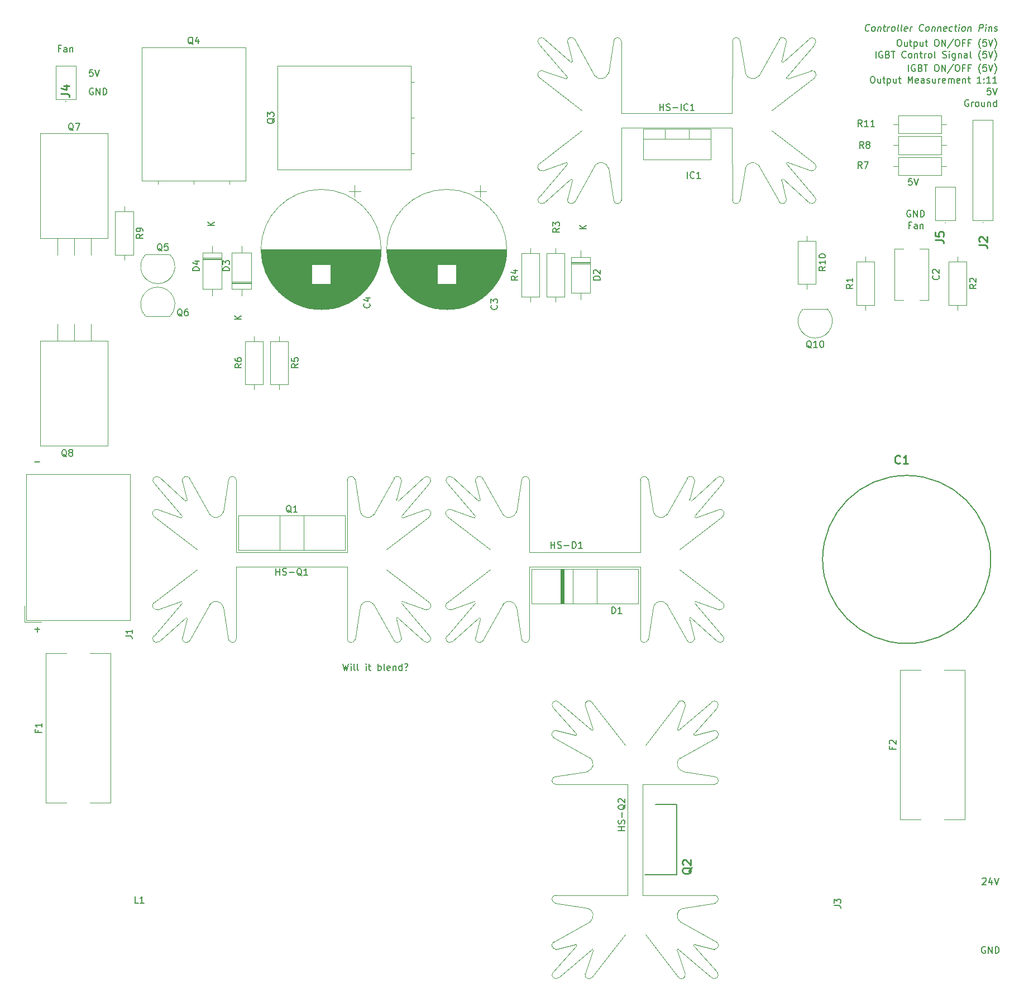
<source format=gbr>
%TF.GenerationSoftware,KiCad,Pcbnew,(5.1.7)-1*%
%TF.CreationDate,2020-10-24T18:30:36+02:00*%
%TF.ProjectId,dcconverter,6463636f-6e76-4657-9274-65722e6b6963,rev?*%
%TF.SameCoordinates,Original*%
%TF.FileFunction,Legend,Top*%
%TF.FilePolarity,Positive*%
%FSLAX46Y46*%
G04 Gerber Fmt 4.6, Leading zero omitted, Abs format (unit mm)*
G04 Created by KiCad (PCBNEW (5.1.7)-1) date 2020-10-24 18:30:36*
%MOMM*%
%LPD*%
G01*
G04 APERTURE LIST*
%ADD10C,0.150000*%
%ADD11C,0.120000*%
%ADD12C,0.100000*%
%ADD13C,0.200000*%
%ADD14C,0.254000*%
G04 APERTURE END LIST*
D10*
X163576095Y-158504000D02*
X163480857Y-158456380D01*
X163338000Y-158456380D01*
X163195142Y-158504000D01*
X163099904Y-158599238D01*
X163052285Y-158694476D01*
X163004666Y-158884952D01*
X163004666Y-159027809D01*
X163052285Y-159218285D01*
X163099904Y-159313523D01*
X163195142Y-159408761D01*
X163338000Y-159456380D01*
X163433238Y-159456380D01*
X163576095Y-159408761D01*
X163623714Y-159361142D01*
X163623714Y-159027809D01*
X163433238Y-159027809D01*
X164052285Y-159456380D02*
X164052285Y-158456380D01*
X164623714Y-159456380D01*
X164623714Y-158456380D01*
X165099904Y-159456380D02*
X165099904Y-158456380D01*
X165338000Y-158456380D01*
X165480857Y-158504000D01*
X165576095Y-158599238D01*
X165623714Y-158694476D01*
X165671333Y-158884952D01*
X165671333Y-159027809D01*
X165623714Y-159218285D01*
X165576095Y-159313523D01*
X165480857Y-159408761D01*
X165338000Y-159456380D01*
X165099904Y-159456380D01*
X163147523Y-148137619D02*
X163195142Y-148090000D01*
X163290380Y-148042380D01*
X163528476Y-148042380D01*
X163623714Y-148090000D01*
X163671333Y-148137619D01*
X163718952Y-148232857D01*
X163718952Y-148328095D01*
X163671333Y-148470952D01*
X163099904Y-149042380D01*
X163718952Y-149042380D01*
X164576095Y-148375714D02*
X164576095Y-149042380D01*
X164338000Y-147994761D02*
X164099904Y-148709047D01*
X164718952Y-148709047D01*
X164957047Y-148042380D02*
X165290380Y-149042380D01*
X165623714Y-148042380D01*
X19431047Y-110307428D02*
X20192952Y-110307428D01*
X19812000Y-110688380D02*
X19812000Y-109926476D01*
X19431047Y-84907428D02*
X20192952Y-84907428D01*
X66167619Y-115530380D02*
X66405714Y-116530380D01*
X66596190Y-115816095D01*
X66786666Y-116530380D01*
X67024761Y-115530380D01*
X67405714Y-116530380D02*
X67405714Y-115863714D01*
X67405714Y-115530380D02*
X67358095Y-115578000D01*
X67405714Y-115625619D01*
X67453333Y-115578000D01*
X67405714Y-115530380D01*
X67405714Y-115625619D01*
X68024761Y-116530380D02*
X67929523Y-116482761D01*
X67881904Y-116387523D01*
X67881904Y-115530380D01*
X68548571Y-116530380D02*
X68453333Y-116482761D01*
X68405714Y-116387523D01*
X68405714Y-115530380D01*
X69691428Y-116530380D02*
X69691428Y-115863714D01*
X69691428Y-115530380D02*
X69643809Y-115578000D01*
X69691428Y-115625619D01*
X69739047Y-115578000D01*
X69691428Y-115530380D01*
X69691428Y-115625619D01*
X70024761Y-115863714D02*
X70405714Y-115863714D01*
X70167619Y-115530380D02*
X70167619Y-116387523D01*
X70215238Y-116482761D01*
X70310476Y-116530380D01*
X70405714Y-116530380D01*
X71500952Y-116530380D02*
X71500952Y-115530380D01*
X71500952Y-115911333D02*
X71596190Y-115863714D01*
X71786666Y-115863714D01*
X71881904Y-115911333D01*
X71929523Y-115958952D01*
X71977142Y-116054190D01*
X71977142Y-116339904D01*
X71929523Y-116435142D01*
X71881904Y-116482761D01*
X71786666Y-116530380D01*
X71596190Y-116530380D01*
X71500952Y-116482761D01*
X72548571Y-116530380D02*
X72453333Y-116482761D01*
X72405714Y-116387523D01*
X72405714Y-115530380D01*
X73310476Y-116482761D02*
X73215238Y-116530380D01*
X73024761Y-116530380D01*
X72929523Y-116482761D01*
X72881904Y-116387523D01*
X72881904Y-116006571D01*
X72929523Y-115911333D01*
X73024761Y-115863714D01*
X73215238Y-115863714D01*
X73310476Y-115911333D01*
X73358095Y-116006571D01*
X73358095Y-116101809D01*
X72881904Y-116197047D01*
X73786666Y-115863714D02*
X73786666Y-116530380D01*
X73786666Y-115958952D02*
X73834285Y-115911333D01*
X73929523Y-115863714D01*
X74072380Y-115863714D01*
X74167619Y-115911333D01*
X74215238Y-116006571D01*
X74215238Y-116530380D01*
X75120000Y-116530380D02*
X75120000Y-115530380D01*
X75120000Y-116482761D02*
X75024761Y-116530380D01*
X74834285Y-116530380D01*
X74739047Y-116482761D01*
X74691428Y-116435142D01*
X74643809Y-116339904D01*
X74643809Y-116054190D01*
X74691428Y-115958952D01*
X74739047Y-115911333D01*
X74834285Y-115863714D01*
X75024761Y-115863714D01*
X75120000Y-115911333D01*
X75739047Y-116435142D02*
X75786666Y-116482761D01*
X75739047Y-116530380D01*
X75691428Y-116482761D01*
X75739047Y-116435142D01*
X75739047Y-116530380D01*
X75548571Y-115578000D02*
X75643809Y-115530380D01*
X75881904Y-115530380D01*
X75977142Y-115578000D01*
X76024761Y-115673238D01*
X76024761Y-115768476D01*
X75977142Y-115863714D01*
X75929523Y-115911333D01*
X75834285Y-115958952D01*
X75786666Y-116006571D01*
X75739047Y-116101809D01*
X75739047Y-116149428D01*
X150462880Y-20788380D02*
X150653357Y-20788380D01*
X150748595Y-20836000D01*
X150843833Y-20931238D01*
X150891452Y-21121714D01*
X150891452Y-21455047D01*
X150843833Y-21645523D01*
X150748595Y-21740761D01*
X150653357Y-21788380D01*
X150462880Y-21788380D01*
X150367642Y-21740761D01*
X150272404Y-21645523D01*
X150224785Y-21455047D01*
X150224785Y-21121714D01*
X150272404Y-20931238D01*
X150367642Y-20836000D01*
X150462880Y-20788380D01*
X151748595Y-21121714D02*
X151748595Y-21788380D01*
X151320023Y-21121714D02*
X151320023Y-21645523D01*
X151367642Y-21740761D01*
X151462880Y-21788380D01*
X151605738Y-21788380D01*
X151700976Y-21740761D01*
X151748595Y-21693142D01*
X152081928Y-21121714D02*
X152462880Y-21121714D01*
X152224785Y-20788380D02*
X152224785Y-21645523D01*
X152272404Y-21740761D01*
X152367642Y-21788380D01*
X152462880Y-21788380D01*
X152796214Y-21121714D02*
X152796214Y-22121714D01*
X152796214Y-21169333D02*
X152891452Y-21121714D01*
X153081928Y-21121714D01*
X153177166Y-21169333D01*
X153224785Y-21216952D01*
X153272404Y-21312190D01*
X153272404Y-21597904D01*
X153224785Y-21693142D01*
X153177166Y-21740761D01*
X153081928Y-21788380D01*
X152891452Y-21788380D01*
X152796214Y-21740761D01*
X154129547Y-21121714D02*
X154129547Y-21788380D01*
X153700976Y-21121714D02*
X153700976Y-21645523D01*
X153748595Y-21740761D01*
X153843833Y-21788380D01*
X153986690Y-21788380D01*
X154081928Y-21740761D01*
X154129547Y-21693142D01*
X154462880Y-21121714D02*
X154843833Y-21121714D01*
X154605738Y-20788380D02*
X154605738Y-21645523D01*
X154653357Y-21740761D01*
X154748595Y-21788380D01*
X154843833Y-21788380D01*
X156129547Y-20788380D02*
X156320023Y-20788380D01*
X156415261Y-20836000D01*
X156510500Y-20931238D01*
X156558119Y-21121714D01*
X156558119Y-21455047D01*
X156510500Y-21645523D01*
X156415261Y-21740761D01*
X156320023Y-21788380D01*
X156129547Y-21788380D01*
X156034309Y-21740761D01*
X155939071Y-21645523D01*
X155891452Y-21455047D01*
X155891452Y-21121714D01*
X155939071Y-20931238D01*
X156034309Y-20836000D01*
X156129547Y-20788380D01*
X156986690Y-21788380D02*
X156986690Y-20788380D01*
X157558119Y-21788380D01*
X157558119Y-20788380D01*
X158748595Y-20740761D02*
X157891452Y-22026476D01*
X159272404Y-20788380D02*
X159462880Y-20788380D01*
X159558119Y-20836000D01*
X159653357Y-20931238D01*
X159700976Y-21121714D01*
X159700976Y-21455047D01*
X159653357Y-21645523D01*
X159558119Y-21740761D01*
X159462880Y-21788380D01*
X159272404Y-21788380D01*
X159177166Y-21740761D01*
X159081928Y-21645523D01*
X159034309Y-21455047D01*
X159034309Y-21121714D01*
X159081928Y-20931238D01*
X159177166Y-20836000D01*
X159272404Y-20788380D01*
X160462880Y-21264571D02*
X160129547Y-21264571D01*
X160129547Y-21788380D02*
X160129547Y-20788380D01*
X160605738Y-20788380D01*
X161320023Y-21264571D02*
X160986690Y-21264571D01*
X160986690Y-21788380D02*
X160986690Y-20788380D01*
X161462880Y-20788380D01*
X162891452Y-22169333D02*
X162843833Y-22121714D01*
X162748595Y-21978857D01*
X162700976Y-21883619D01*
X162653357Y-21740761D01*
X162605738Y-21502666D01*
X162605738Y-21312190D01*
X162653357Y-21074095D01*
X162700976Y-20931238D01*
X162748595Y-20836000D01*
X162843833Y-20693142D01*
X162891452Y-20645523D01*
X163748595Y-20788380D02*
X163272404Y-20788380D01*
X163224785Y-21264571D01*
X163272404Y-21216952D01*
X163367642Y-21169333D01*
X163605738Y-21169333D01*
X163700976Y-21216952D01*
X163748595Y-21264571D01*
X163796214Y-21359809D01*
X163796214Y-21597904D01*
X163748595Y-21693142D01*
X163700976Y-21740761D01*
X163605738Y-21788380D01*
X163367642Y-21788380D01*
X163272404Y-21740761D01*
X163224785Y-21693142D01*
X164081928Y-20788380D02*
X164415261Y-21788380D01*
X164748595Y-20788380D01*
X164986690Y-22169333D02*
X165034309Y-22121714D01*
X165129547Y-21978857D01*
X165177166Y-21883619D01*
X165224785Y-21740761D01*
X165272404Y-21502666D01*
X165272404Y-21312190D01*
X165224785Y-21074095D01*
X165177166Y-20931238D01*
X165129547Y-20836000D01*
X165034309Y-20693142D01*
X164986690Y-20645523D01*
X146986690Y-23566380D02*
X146986690Y-22566380D01*
X147986690Y-22614000D02*
X147891452Y-22566380D01*
X147748595Y-22566380D01*
X147605738Y-22614000D01*
X147510500Y-22709238D01*
X147462880Y-22804476D01*
X147415261Y-22994952D01*
X147415261Y-23137809D01*
X147462880Y-23328285D01*
X147510500Y-23423523D01*
X147605738Y-23518761D01*
X147748595Y-23566380D01*
X147843833Y-23566380D01*
X147986690Y-23518761D01*
X148034309Y-23471142D01*
X148034309Y-23137809D01*
X147843833Y-23137809D01*
X148796214Y-23042571D02*
X148939071Y-23090190D01*
X148986690Y-23137809D01*
X149034309Y-23233047D01*
X149034309Y-23375904D01*
X148986690Y-23471142D01*
X148939071Y-23518761D01*
X148843833Y-23566380D01*
X148462880Y-23566380D01*
X148462880Y-22566380D01*
X148796214Y-22566380D01*
X148891452Y-22614000D01*
X148939071Y-22661619D01*
X148986690Y-22756857D01*
X148986690Y-22852095D01*
X148939071Y-22947333D01*
X148891452Y-22994952D01*
X148796214Y-23042571D01*
X148462880Y-23042571D01*
X149320023Y-22566380D02*
X149891452Y-22566380D01*
X149605738Y-23566380D02*
X149605738Y-22566380D01*
X151558119Y-23471142D02*
X151510500Y-23518761D01*
X151367642Y-23566380D01*
X151272404Y-23566380D01*
X151129547Y-23518761D01*
X151034309Y-23423523D01*
X150986690Y-23328285D01*
X150939071Y-23137809D01*
X150939071Y-22994952D01*
X150986690Y-22804476D01*
X151034309Y-22709238D01*
X151129547Y-22614000D01*
X151272404Y-22566380D01*
X151367642Y-22566380D01*
X151510500Y-22614000D01*
X151558119Y-22661619D01*
X152129547Y-23566380D02*
X152034309Y-23518761D01*
X151986690Y-23471142D01*
X151939071Y-23375904D01*
X151939071Y-23090190D01*
X151986690Y-22994952D01*
X152034309Y-22947333D01*
X152129547Y-22899714D01*
X152272404Y-22899714D01*
X152367642Y-22947333D01*
X152415261Y-22994952D01*
X152462880Y-23090190D01*
X152462880Y-23375904D01*
X152415261Y-23471142D01*
X152367642Y-23518761D01*
X152272404Y-23566380D01*
X152129547Y-23566380D01*
X152891452Y-22899714D02*
X152891452Y-23566380D01*
X152891452Y-22994952D02*
X152939071Y-22947333D01*
X153034309Y-22899714D01*
X153177166Y-22899714D01*
X153272404Y-22947333D01*
X153320023Y-23042571D01*
X153320023Y-23566380D01*
X153653357Y-22899714D02*
X154034309Y-22899714D01*
X153796214Y-22566380D02*
X153796214Y-23423523D01*
X153843833Y-23518761D01*
X153939071Y-23566380D01*
X154034309Y-23566380D01*
X154367642Y-23566380D02*
X154367642Y-22899714D01*
X154367642Y-23090190D02*
X154415261Y-22994952D01*
X154462880Y-22947333D01*
X154558119Y-22899714D01*
X154653357Y-22899714D01*
X155129547Y-23566380D02*
X155034309Y-23518761D01*
X154986690Y-23471142D01*
X154939071Y-23375904D01*
X154939071Y-23090190D01*
X154986690Y-22994952D01*
X155034309Y-22947333D01*
X155129547Y-22899714D01*
X155272404Y-22899714D01*
X155367642Y-22947333D01*
X155415261Y-22994952D01*
X155462880Y-23090190D01*
X155462880Y-23375904D01*
X155415261Y-23471142D01*
X155367642Y-23518761D01*
X155272404Y-23566380D01*
X155129547Y-23566380D01*
X156034309Y-23566380D02*
X155939071Y-23518761D01*
X155891452Y-23423523D01*
X155891452Y-22566380D01*
X157129547Y-23518761D02*
X157272404Y-23566380D01*
X157510500Y-23566380D01*
X157605738Y-23518761D01*
X157653357Y-23471142D01*
X157700976Y-23375904D01*
X157700976Y-23280666D01*
X157653357Y-23185428D01*
X157605738Y-23137809D01*
X157510500Y-23090190D01*
X157320023Y-23042571D01*
X157224785Y-22994952D01*
X157177166Y-22947333D01*
X157129547Y-22852095D01*
X157129547Y-22756857D01*
X157177166Y-22661619D01*
X157224785Y-22614000D01*
X157320023Y-22566380D01*
X157558119Y-22566380D01*
X157700976Y-22614000D01*
X158129547Y-23566380D02*
X158129547Y-22899714D01*
X158129547Y-22566380D02*
X158081928Y-22614000D01*
X158129547Y-22661619D01*
X158177166Y-22614000D01*
X158129547Y-22566380D01*
X158129547Y-22661619D01*
X159034309Y-22899714D02*
X159034309Y-23709238D01*
X158986690Y-23804476D01*
X158939071Y-23852095D01*
X158843833Y-23899714D01*
X158700976Y-23899714D01*
X158605738Y-23852095D01*
X159034309Y-23518761D02*
X158939071Y-23566380D01*
X158748595Y-23566380D01*
X158653357Y-23518761D01*
X158605738Y-23471142D01*
X158558119Y-23375904D01*
X158558119Y-23090190D01*
X158605738Y-22994952D01*
X158653357Y-22947333D01*
X158748595Y-22899714D01*
X158939071Y-22899714D01*
X159034309Y-22947333D01*
X159510500Y-22899714D02*
X159510500Y-23566380D01*
X159510500Y-22994952D02*
X159558119Y-22947333D01*
X159653357Y-22899714D01*
X159796214Y-22899714D01*
X159891452Y-22947333D01*
X159939071Y-23042571D01*
X159939071Y-23566380D01*
X160843833Y-23566380D02*
X160843833Y-23042571D01*
X160796214Y-22947333D01*
X160700976Y-22899714D01*
X160510500Y-22899714D01*
X160415261Y-22947333D01*
X160843833Y-23518761D02*
X160748595Y-23566380D01*
X160510500Y-23566380D01*
X160415261Y-23518761D01*
X160367642Y-23423523D01*
X160367642Y-23328285D01*
X160415261Y-23233047D01*
X160510500Y-23185428D01*
X160748595Y-23185428D01*
X160843833Y-23137809D01*
X161462880Y-23566380D02*
X161367642Y-23518761D01*
X161320023Y-23423523D01*
X161320023Y-22566380D01*
X162891452Y-23947333D02*
X162843833Y-23899714D01*
X162748595Y-23756857D01*
X162700976Y-23661619D01*
X162653357Y-23518761D01*
X162605738Y-23280666D01*
X162605738Y-23090190D01*
X162653357Y-22852095D01*
X162700976Y-22709238D01*
X162748595Y-22614000D01*
X162843833Y-22471142D01*
X162891452Y-22423523D01*
X163748595Y-22566380D02*
X163272404Y-22566380D01*
X163224785Y-23042571D01*
X163272404Y-22994952D01*
X163367642Y-22947333D01*
X163605738Y-22947333D01*
X163700976Y-22994952D01*
X163748595Y-23042571D01*
X163796214Y-23137809D01*
X163796214Y-23375904D01*
X163748595Y-23471142D01*
X163700976Y-23518761D01*
X163605738Y-23566380D01*
X163367642Y-23566380D01*
X163272404Y-23518761D01*
X163224785Y-23471142D01*
X164081928Y-22566380D02*
X164415261Y-23566380D01*
X164748595Y-22566380D01*
X164986690Y-23947333D02*
X165034309Y-23899714D01*
X165129547Y-23756857D01*
X165177166Y-23661619D01*
X165224785Y-23518761D01*
X165272404Y-23280666D01*
X165272404Y-23090190D01*
X165224785Y-22852095D01*
X165177166Y-22709238D01*
X165129547Y-22614000D01*
X165034309Y-22471142D01*
X164986690Y-22423523D01*
X151939071Y-25598380D02*
X151939071Y-24598380D01*
X152939071Y-24646000D02*
X152843833Y-24598380D01*
X152700976Y-24598380D01*
X152558119Y-24646000D01*
X152462880Y-24741238D01*
X152415261Y-24836476D01*
X152367642Y-25026952D01*
X152367642Y-25169809D01*
X152415261Y-25360285D01*
X152462880Y-25455523D01*
X152558119Y-25550761D01*
X152700976Y-25598380D01*
X152796214Y-25598380D01*
X152939071Y-25550761D01*
X152986690Y-25503142D01*
X152986690Y-25169809D01*
X152796214Y-25169809D01*
X153748595Y-25074571D02*
X153891452Y-25122190D01*
X153939071Y-25169809D01*
X153986690Y-25265047D01*
X153986690Y-25407904D01*
X153939071Y-25503142D01*
X153891452Y-25550761D01*
X153796214Y-25598380D01*
X153415261Y-25598380D01*
X153415261Y-24598380D01*
X153748595Y-24598380D01*
X153843833Y-24646000D01*
X153891452Y-24693619D01*
X153939071Y-24788857D01*
X153939071Y-24884095D01*
X153891452Y-24979333D01*
X153843833Y-25026952D01*
X153748595Y-25074571D01*
X153415261Y-25074571D01*
X154272404Y-24598380D02*
X154843833Y-24598380D01*
X154558119Y-25598380D02*
X154558119Y-24598380D01*
X156129547Y-24598380D02*
X156320023Y-24598380D01*
X156415261Y-24646000D01*
X156510500Y-24741238D01*
X156558119Y-24931714D01*
X156558119Y-25265047D01*
X156510500Y-25455523D01*
X156415261Y-25550761D01*
X156320023Y-25598380D01*
X156129547Y-25598380D01*
X156034309Y-25550761D01*
X155939071Y-25455523D01*
X155891452Y-25265047D01*
X155891452Y-24931714D01*
X155939071Y-24741238D01*
X156034309Y-24646000D01*
X156129547Y-24598380D01*
X156986690Y-25598380D02*
X156986690Y-24598380D01*
X157558119Y-25598380D01*
X157558119Y-24598380D01*
X158748595Y-24550761D02*
X157891452Y-25836476D01*
X159272404Y-24598380D02*
X159462880Y-24598380D01*
X159558119Y-24646000D01*
X159653357Y-24741238D01*
X159700976Y-24931714D01*
X159700976Y-25265047D01*
X159653357Y-25455523D01*
X159558119Y-25550761D01*
X159462880Y-25598380D01*
X159272404Y-25598380D01*
X159177166Y-25550761D01*
X159081928Y-25455523D01*
X159034309Y-25265047D01*
X159034309Y-24931714D01*
X159081928Y-24741238D01*
X159177166Y-24646000D01*
X159272404Y-24598380D01*
X160462880Y-25074571D02*
X160129547Y-25074571D01*
X160129547Y-25598380D02*
X160129547Y-24598380D01*
X160605738Y-24598380D01*
X161320023Y-25074571D02*
X160986690Y-25074571D01*
X160986690Y-25598380D02*
X160986690Y-24598380D01*
X161462880Y-24598380D01*
X162891452Y-25979333D02*
X162843833Y-25931714D01*
X162748595Y-25788857D01*
X162700976Y-25693619D01*
X162653357Y-25550761D01*
X162605738Y-25312666D01*
X162605738Y-25122190D01*
X162653357Y-24884095D01*
X162700976Y-24741238D01*
X162748595Y-24646000D01*
X162843833Y-24503142D01*
X162891452Y-24455523D01*
X163748595Y-24598380D02*
X163272404Y-24598380D01*
X163224785Y-25074571D01*
X163272404Y-25026952D01*
X163367642Y-24979333D01*
X163605738Y-24979333D01*
X163700976Y-25026952D01*
X163748595Y-25074571D01*
X163796214Y-25169809D01*
X163796214Y-25407904D01*
X163748595Y-25503142D01*
X163700976Y-25550761D01*
X163605738Y-25598380D01*
X163367642Y-25598380D01*
X163272404Y-25550761D01*
X163224785Y-25503142D01*
X164081928Y-24598380D02*
X164415261Y-25598380D01*
X164748595Y-24598380D01*
X164986690Y-25979333D02*
X165034309Y-25931714D01*
X165129547Y-25788857D01*
X165177166Y-25693619D01*
X165224785Y-25550761D01*
X165272404Y-25312666D01*
X165272404Y-25122190D01*
X165224785Y-24884095D01*
X165177166Y-24741238D01*
X165129547Y-24646000D01*
X165034309Y-24503142D01*
X164986690Y-24455523D01*
X146415261Y-26376380D02*
X146605738Y-26376380D01*
X146700976Y-26424000D01*
X146796214Y-26519238D01*
X146843833Y-26709714D01*
X146843833Y-27043047D01*
X146796214Y-27233523D01*
X146700976Y-27328761D01*
X146605738Y-27376380D01*
X146415261Y-27376380D01*
X146320023Y-27328761D01*
X146224785Y-27233523D01*
X146177166Y-27043047D01*
X146177166Y-26709714D01*
X146224785Y-26519238D01*
X146320023Y-26424000D01*
X146415261Y-26376380D01*
X147700976Y-26709714D02*
X147700976Y-27376380D01*
X147272404Y-26709714D02*
X147272404Y-27233523D01*
X147320023Y-27328761D01*
X147415261Y-27376380D01*
X147558119Y-27376380D01*
X147653357Y-27328761D01*
X147700976Y-27281142D01*
X148034309Y-26709714D02*
X148415261Y-26709714D01*
X148177166Y-26376380D02*
X148177166Y-27233523D01*
X148224785Y-27328761D01*
X148320023Y-27376380D01*
X148415261Y-27376380D01*
X148748595Y-26709714D02*
X148748595Y-27709714D01*
X148748595Y-26757333D02*
X148843833Y-26709714D01*
X149034309Y-26709714D01*
X149129547Y-26757333D01*
X149177166Y-26804952D01*
X149224785Y-26900190D01*
X149224785Y-27185904D01*
X149177166Y-27281142D01*
X149129547Y-27328761D01*
X149034309Y-27376380D01*
X148843833Y-27376380D01*
X148748595Y-27328761D01*
X150081928Y-26709714D02*
X150081928Y-27376380D01*
X149653357Y-26709714D02*
X149653357Y-27233523D01*
X149700976Y-27328761D01*
X149796214Y-27376380D01*
X149939071Y-27376380D01*
X150034309Y-27328761D01*
X150081928Y-27281142D01*
X150415261Y-26709714D02*
X150796214Y-26709714D01*
X150558119Y-26376380D02*
X150558119Y-27233523D01*
X150605738Y-27328761D01*
X150700976Y-27376380D01*
X150796214Y-27376380D01*
X151891452Y-27376380D02*
X151891452Y-26376380D01*
X152224785Y-27090666D01*
X152558119Y-26376380D01*
X152558119Y-27376380D01*
X153415261Y-27328761D02*
X153320023Y-27376380D01*
X153129547Y-27376380D01*
X153034309Y-27328761D01*
X152986690Y-27233523D01*
X152986690Y-26852571D01*
X153034309Y-26757333D01*
X153129547Y-26709714D01*
X153320023Y-26709714D01*
X153415261Y-26757333D01*
X153462880Y-26852571D01*
X153462880Y-26947809D01*
X152986690Y-27043047D01*
X154320023Y-27376380D02*
X154320023Y-26852571D01*
X154272404Y-26757333D01*
X154177166Y-26709714D01*
X153986690Y-26709714D01*
X153891452Y-26757333D01*
X154320023Y-27328761D02*
X154224785Y-27376380D01*
X153986690Y-27376380D01*
X153891452Y-27328761D01*
X153843833Y-27233523D01*
X153843833Y-27138285D01*
X153891452Y-27043047D01*
X153986690Y-26995428D01*
X154224785Y-26995428D01*
X154320023Y-26947809D01*
X154748595Y-27328761D02*
X154843833Y-27376380D01*
X155034309Y-27376380D01*
X155129547Y-27328761D01*
X155177166Y-27233523D01*
X155177166Y-27185904D01*
X155129547Y-27090666D01*
X155034309Y-27043047D01*
X154891452Y-27043047D01*
X154796214Y-26995428D01*
X154748595Y-26900190D01*
X154748595Y-26852571D01*
X154796214Y-26757333D01*
X154891452Y-26709714D01*
X155034309Y-26709714D01*
X155129547Y-26757333D01*
X156034309Y-26709714D02*
X156034309Y-27376380D01*
X155605738Y-26709714D02*
X155605738Y-27233523D01*
X155653357Y-27328761D01*
X155748595Y-27376380D01*
X155891452Y-27376380D01*
X155986690Y-27328761D01*
X156034309Y-27281142D01*
X156510500Y-27376380D02*
X156510500Y-26709714D01*
X156510500Y-26900190D02*
X156558119Y-26804952D01*
X156605738Y-26757333D01*
X156700976Y-26709714D01*
X156796214Y-26709714D01*
X157510500Y-27328761D02*
X157415261Y-27376380D01*
X157224785Y-27376380D01*
X157129547Y-27328761D01*
X157081928Y-27233523D01*
X157081928Y-26852571D01*
X157129547Y-26757333D01*
X157224785Y-26709714D01*
X157415261Y-26709714D01*
X157510500Y-26757333D01*
X157558119Y-26852571D01*
X157558119Y-26947809D01*
X157081928Y-27043047D01*
X157986690Y-27376380D02*
X157986690Y-26709714D01*
X157986690Y-26804952D02*
X158034309Y-26757333D01*
X158129547Y-26709714D01*
X158272404Y-26709714D01*
X158367642Y-26757333D01*
X158415261Y-26852571D01*
X158415261Y-27376380D01*
X158415261Y-26852571D02*
X158462880Y-26757333D01*
X158558119Y-26709714D01*
X158700976Y-26709714D01*
X158796214Y-26757333D01*
X158843833Y-26852571D01*
X158843833Y-27376380D01*
X159700976Y-27328761D02*
X159605738Y-27376380D01*
X159415261Y-27376380D01*
X159320023Y-27328761D01*
X159272404Y-27233523D01*
X159272404Y-26852571D01*
X159320023Y-26757333D01*
X159415261Y-26709714D01*
X159605738Y-26709714D01*
X159700976Y-26757333D01*
X159748595Y-26852571D01*
X159748595Y-26947809D01*
X159272404Y-27043047D01*
X160177166Y-26709714D02*
X160177166Y-27376380D01*
X160177166Y-26804952D02*
X160224785Y-26757333D01*
X160320023Y-26709714D01*
X160462880Y-26709714D01*
X160558119Y-26757333D01*
X160605738Y-26852571D01*
X160605738Y-27376380D01*
X160939071Y-26709714D02*
X161320023Y-26709714D01*
X161081928Y-26376380D02*
X161081928Y-27233523D01*
X161129547Y-27328761D01*
X161224785Y-27376380D01*
X161320023Y-27376380D01*
X162939071Y-27376380D02*
X162367642Y-27376380D01*
X162653357Y-27376380D02*
X162653357Y-26376380D01*
X162558119Y-26519238D01*
X162462880Y-26614476D01*
X162367642Y-26662095D01*
X163367642Y-27281142D02*
X163415261Y-27328761D01*
X163367642Y-27376380D01*
X163320023Y-27328761D01*
X163367642Y-27281142D01*
X163367642Y-27376380D01*
X163367642Y-26757333D02*
X163415261Y-26804952D01*
X163367642Y-26852571D01*
X163320023Y-26804952D01*
X163367642Y-26757333D01*
X163367642Y-26852571D01*
X164367642Y-27376380D02*
X163796214Y-27376380D01*
X164081928Y-27376380D02*
X164081928Y-26376380D01*
X163986690Y-26519238D01*
X163891452Y-26614476D01*
X163796214Y-26662095D01*
X165320023Y-27376380D02*
X164748595Y-27376380D01*
X165034309Y-27376380D02*
X165034309Y-26376380D01*
X164939071Y-26519238D01*
X164843833Y-26614476D01*
X164748595Y-26662095D01*
X164415261Y-28154380D02*
X163939071Y-28154380D01*
X163891452Y-28630571D01*
X163939071Y-28582952D01*
X164034309Y-28535333D01*
X164272404Y-28535333D01*
X164367642Y-28582952D01*
X164415261Y-28630571D01*
X164462880Y-28725809D01*
X164462880Y-28963904D01*
X164415261Y-29059142D01*
X164367642Y-29106761D01*
X164272404Y-29154380D01*
X164034309Y-29154380D01*
X163939071Y-29106761D01*
X163891452Y-29059142D01*
X164748595Y-28154380D02*
X165081928Y-29154380D01*
X165415261Y-28154380D01*
X161034309Y-29980000D02*
X160939071Y-29932380D01*
X160796214Y-29932380D01*
X160653357Y-29980000D01*
X160558119Y-30075238D01*
X160510500Y-30170476D01*
X160462880Y-30360952D01*
X160462880Y-30503809D01*
X160510500Y-30694285D01*
X160558119Y-30789523D01*
X160653357Y-30884761D01*
X160796214Y-30932380D01*
X160891452Y-30932380D01*
X161034309Y-30884761D01*
X161081928Y-30837142D01*
X161081928Y-30503809D01*
X160891452Y-30503809D01*
X161510500Y-30932380D02*
X161510500Y-30265714D01*
X161510500Y-30456190D02*
X161558119Y-30360952D01*
X161605738Y-30313333D01*
X161700976Y-30265714D01*
X161796214Y-30265714D01*
X162272404Y-30932380D02*
X162177166Y-30884761D01*
X162129547Y-30837142D01*
X162081928Y-30741904D01*
X162081928Y-30456190D01*
X162129547Y-30360952D01*
X162177166Y-30313333D01*
X162272404Y-30265714D01*
X162415261Y-30265714D01*
X162510500Y-30313333D01*
X162558119Y-30360952D01*
X162605738Y-30456190D01*
X162605738Y-30741904D01*
X162558119Y-30837142D01*
X162510500Y-30884761D01*
X162415261Y-30932380D01*
X162272404Y-30932380D01*
X163462880Y-30265714D02*
X163462880Y-30932380D01*
X163034309Y-30265714D02*
X163034309Y-30789523D01*
X163081928Y-30884761D01*
X163177166Y-30932380D01*
X163320023Y-30932380D01*
X163415261Y-30884761D01*
X163462880Y-30837142D01*
X163939071Y-30265714D02*
X163939071Y-30932380D01*
X163939071Y-30360952D02*
X163986690Y-30313333D01*
X164081928Y-30265714D01*
X164224785Y-30265714D01*
X164320023Y-30313333D01*
X164367642Y-30408571D01*
X164367642Y-30932380D01*
X165272404Y-30932380D02*
X165272404Y-29932380D01*
X165272404Y-30884761D02*
X165177166Y-30932380D01*
X164986690Y-30932380D01*
X164891452Y-30884761D01*
X164843833Y-30837142D01*
X164796214Y-30741904D01*
X164796214Y-30456190D01*
X164843833Y-30360952D01*
X164891452Y-30313333D01*
X164986690Y-30265714D01*
X165177166Y-30265714D01*
X165272404Y-30313333D01*
X145955157Y-19407142D02*
X145901586Y-19454761D01*
X145752776Y-19502380D01*
X145657538Y-19502380D01*
X145520633Y-19454761D01*
X145437300Y-19359523D01*
X145401586Y-19264285D01*
X145377776Y-19073809D01*
X145395633Y-18930952D01*
X145467062Y-18740476D01*
X145526586Y-18645238D01*
X145633729Y-18550000D01*
X145782538Y-18502380D01*
X145877776Y-18502380D01*
X146014681Y-18550000D01*
X146056348Y-18597619D01*
X146514681Y-19502380D02*
X146425395Y-19454761D01*
X146383729Y-19407142D01*
X146348014Y-19311904D01*
X146383729Y-19026190D01*
X146443252Y-18930952D01*
X146496824Y-18883333D01*
X146598014Y-18835714D01*
X146740872Y-18835714D01*
X146830157Y-18883333D01*
X146871824Y-18930952D01*
X146907538Y-19026190D01*
X146871824Y-19311904D01*
X146812300Y-19407142D01*
X146758729Y-19454761D01*
X146657538Y-19502380D01*
X146514681Y-19502380D01*
X147359919Y-18835714D02*
X147276586Y-19502380D01*
X147348014Y-18930952D02*
X147401586Y-18883333D01*
X147502776Y-18835714D01*
X147645633Y-18835714D01*
X147734919Y-18883333D01*
X147770633Y-18978571D01*
X147705157Y-19502380D01*
X148121824Y-18835714D02*
X148502776Y-18835714D01*
X148306348Y-18502380D02*
X148199205Y-19359523D01*
X148234919Y-19454761D01*
X148324205Y-19502380D01*
X148419443Y-19502380D01*
X148752776Y-19502380D02*
X148836110Y-18835714D01*
X148812300Y-19026190D02*
X148871824Y-18930952D01*
X148925395Y-18883333D01*
X149026586Y-18835714D01*
X149121824Y-18835714D01*
X149514681Y-19502380D02*
X149425395Y-19454761D01*
X149383729Y-19407142D01*
X149348014Y-19311904D01*
X149383729Y-19026190D01*
X149443252Y-18930952D01*
X149496824Y-18883333D01*
X149598014Y-18835714D01*
X149740872Y-18835714D01*
X149830157Y-18883333D01*
X149871824Y-18930952D01*
X149907538Y-19026190D01*
X149871824Y-19311904D01*
X149812300Y-19407142D01*
X149758729Y-19454761D01*
X149657538Y-19502380D01*
X149514681Y-19502380D01*
X150419443Y-19502380D02*
X150330157Y-19454761D01*
X150294443Y-19359523D01*
X150401586Y-18502380D01*
X150943252Y-19502380D02*
X150853967Y-19454761D01*
X150818252Y-19359523D01*
X150925395Y-18502380D01*
X151711110Y-19454761D02*
X151609919Y-19502380D01*
X151419443Y-19502380D01*
X151330157Y-19454761D01*
X151294443Y-19359523D01*
X151342062Y-18978571D01*
X151401586Y-18883333D01*
X151502776Y-18835714D01*
X151693252Y-18835714D01*
X151782538Y-18883333D01*
X151818252Y-18978571D01*
X151806348Y-19073809D01*
X151318252Y-19169047D01*
X152181348Y-19502380D02*
X152264681Y-18835714D01*
X152240872Y-19026190D02*
X152300395Y-18930952D01*
X152353967Y-18883333D01*
X152455157Y-18835714D01*
X152550395Y-18835714D01*
X154145633Y-19407142D02*
X154092062Y-19454761D01*
X153943252Y-19502380D01*
X153848014Y-19502380D01*
X153711110Y-19454761D01*
X153627776Y-19359523D01*
X153592062Y-19264285D01*
X153568252Y-19073809D01*
X153586110Y-18930952D01*
X153657538Y-18740476D01*
X153717062Y-18645238D01*
X153824205Y-18550000D01*
X153973014Y-18502380D01*
X154068252Y-18502380D01*
X154205157Y-18550000D01*
X154246824Y-18597619D01*
X154705157Y-19502380D02*
X154615872Y-19454761D01*
X154574205Y-19407142D01*
X154538491Y-19311904D01*
X154574205Y-19026190D01*
X154633729Y-18930952D01*
X154687300Y-18883333D01*
X154788491Y-18835714D01*
X154931348Y-18835714D01*
X155020633Y-18883333D01*
X155062300Y-18930952D01*
X155098014Y-19026190D01*
X155062300Y-19311904D01*
X155002776Y-19407142D01*
X154949205Y-19454761D01*
X154848014Y-19502380D01*
X154705157Y-19502380D01*
X155550395Y-18835714D02*
X155467062Y-19502380D01*
X155538491Y-18930952D02*
X155592062Y-18883333D01*
X155693252Y-18835714D01*
X155836110Y-18835714D01*
X155925395Y-18883333D01*
X155961110Y-18978571D01*
X155895633Y-19502380D01*
X156455157Y-18835714D02*
X156371824Y-19502380D01*
X156443252Y-18930952D02*
X156496824Y-18883333D01*
X156598014Y-18835714D01*
X156740872Y-18835714D01*
X156830157Y-18883333D01*
X156865872Y-18978571D01*
X156800395Y-19502380D01*
X157663491Y-19454761D02*
X157562300Y-19502380D01*
X157371824Y-19502380D01*
X157282538Y-19454761D01*
X157246824Y-19359523D01*
X157294443Y-18978571D01*
X157353967Y-18883333D01*
X157455157Y-18835714D01*
X157645633Y-18835714D01*
X157734919Y-18883333D01*
X157770633Y-18978571D01*
X157758729Y-19073809D01*
X157270633Y-19169047D01*
X158568252Y-19454761D02*
X158467062Y-19502380D01*
X158276586Y-19502380D01*
X158187300Y-19454761D01*
X158145633Y-19407142D01*
X158109919Y-19311904D01*
X158145633Y-19026190D01*
X158205157Y-18930952D01*
X158258729Y-18883333D01*
X158359919Y-18835714D01*
X158550395Y-18835714D01*
X158639681Y-18883333D01*
X158931348Y-18835714D02*
X159312300Y-18835714D01*
X159115872Y-18502380D02*
X159008729Y-19359523D01*
X159044443Y-19454761D01*
X159133729Y-19502380D01*
X159228967Y-19502380D01*
X159562300Y-19502380D02*
X159645633Y-18835714D01*
X159687300Y-18502380D02*
X159633729Y-18550000D01*
X159675395Y-18597619D01*
X159728967Y-18550000D01*
X159687300Y-18502380D01*
X159675395Y-18597619D01*
X160181348Y-19502380D02*
X160092062Y-19454761D01*
X160050395Y-19407142D01*
X160014681Y-19311904D01*
X160050395Y-19026190D01*
X160109919Y-18930952D01*
X160163491Y-18883333D01*
X160264681Y-18835714D01*
X160407538Y-18835714D01*
X160496824Y-18883333D01*
X160538491Y-18930952D01*
X160574205Y-19026190D01*
X160538491Y-19311904D01*
X160478967Y-19407142D01*
X160425395Y-19454761D01*
X160324205Y-19502380D01*
X160181348Y-19502380D01*
X161026586Y-18835714D02*
X160943252Y-19502380D01*
X161014681Y-18930952D02*
X161068252Y-18883333D01*
X161169443Y-18835714D01*
X161312300Y-18835714D01*
X161401586Y-18883333D01*
X161437300Y-18978571D01*
X161371824Y-19502380D01*
X162609919Y-19502380D02*
X162734919Y-18502380D01*
X163115872Y-18502380D01*
X163205157Y-18550000D01*
X163246824Y-18597619D01*
X163282538Y-18692857D01*
X163264681Y-18835714D01*
X163205157Y-18930952D01*
X163151586Y-18978571D01*
X163050395Y-19026190D01*
X162669443Y-19026190D01*
X163609919Y-19502380D02*
X163693252Y-18835714D01*
X163734919Y-18502380D02*
X163681348Y-18550000D01*
X163723014Y-18597619D01*
X163776586Y-18550000D01*
X163734919Y-18502380D01*
X163723014Y-18597619D01*
X164169443Y-18835714D02*
X164086110Y-19502380D01*
X164157538Y-18930952D02*
X164211110Y-18883333D01*
X164312300Y-18835714D01*
X164455157Y-18835714D01*
X164544443Y-18883333D01*
X164580157Y-18978571D01*
X164514681Y-19502380D01*
X164949205Y-19454761D02*
X165038491Y-19502380D01*
X165228967Y-19502380D01*
X165330157Y-19454761D01*
X165389681Y-19359523D01*
X165395633Y-19311904D01*
X165359919Y-19216666D01*
X165270633Y-19169047D01*
X165127776Y-19169047D01*
X165038491Y-19121428D01*
X165002776Y-19026190D01*
X165008729Y-18978571D01*
X165068252Y-18883333D01*
X165169443Y-18835714D01*
X165312300Y-18835714D01*
X165401586Y-18883333D01*
X152306928Y-48950571D02*
X151973595Y-48950571D01*
X151973595Y-49474380D02*
X151973595Y-48474380D01*
X152449785Y-48474380D01*
X153259309Y-49474380D02*
X153259309Y-48950571D01*
X153211690Y-48855333D01*
X153116452Y-48807714D01*
X152925976Y-48807714D01*
X152830738Y-48855333D01*
X153259309Y-49426761D02*
X153164071Y-49474380D01*
X152925976Y-49474380D01*
X152830738Y-49426761D01*
X152783119Y-49331523D01*
X152783119Y-49236285D01*
X152830738Y-49141047D01*
X152925976Y-49093428D01*
X153164071Y-49093428D01*
X153259309Y-49045809D01*
X153735500Y-48807714D02*
X153735500Y-49474380D01*
X153735500Y-48902952D02*
X153783119Y-48855333D01*
X153878357Y-48807714D01*
X154021214Y-48807714D01*
X154116452Y-48855333D01*
X154164071Y-48950571D01*
X154164071Y-49474380D01*
X152449785Y-41870380D02*
X151973595Y-41870380D01*
X151925976Y-42346571D01*
X151973595Y-42298952D01*
X152068833Y-42251333D01*
X152306928Y-42251333D01*
X152402166Y-42298952D01*
X152449785Y-42346571D01*
X152497404Y-42441809D01*
X152497404Y-42679904D01*
X152449785Y-42775142D01*
X152402166Y-42822761D01*
X152306928Y-42870380D01*
X152068833Y-42870380D01*
X151973595Y-42822761D01*
X151925976Y-42775142D01*
X152783119Y-41870380D02*
X153116452Y-42870380D01*
X153449785Y-41870380D01*
X152243404Y-46744000D02*
X152148166Y-46696380D01*
X152005309Y-46696380D01*
X151862452Y-46744000D01*
X151767214Y-46839238D01*
X151719595Y-46934476D01*
X151671976Y-47124952D01*
X151671976Y-47267809D01*
X151719595Y-47458285D01*
X151767214Y-47553523D01*
X151862452Y-47648761D01*
X152005309Y-47696380D01*
X152100547Y-47696380D01*
X152243404Y-47648761D01*
X152291023Y-47601142D01*
X152291023Y-47267809D01*
X152100547Y-47267809D01*
X152719595Y-47696380D02*
X152719595Y-46696380D01*
X153291023Y-47696380D01*
X153291023Y-46696380D01*
X153767214Y-47696380D02*
X153767214Y-46696380D01*
X154005309Y-46696380D01*
X154148166Y-46744000D01*
X154243404Y-46839238D01*
X154291023Y-46934476D01*
X154338642Y-47124952D01*
X154338642Y-47267809D01*
X154291023Y-47458285D01*
X154243404Y-47553523D01*
X154148166Y-47648761D01*
X154005309Y-47696380D01*
X153767214Y-47696380D01*
X28291404Y-28202000D02*
X28196166Y-28154380D01*
X28053309Y-28154380D01*
X27910452Y-28202000D01*
X27815214Y-28297238D01*
X27767595Y-28392476D01*
X27719976Y-28582952D01*
X27719976Y-28725809D01*
X27767595Y-28916285D01*
X27815214Y-29011523D01*
X27910452Y-29106761D01*
X28053309Y-29154380D01*
X28148547Y-29154380D01*
X28291404Y-29106761D01*
X28339023Y-29059142D01*
X28339023Y-28725809D01*
X28148547Y-28725809D01*
X28767595Y-29154380D02*
X28767595Y-28154380D01*
X29339023Y-29154380D01*
X29339023Y-28154380D01*
X29815214Y-29154380D02*
X29815214Y-28154380D01*
X30053309Y-28154380D01*
X30196166Y-28202000D01*
X30291404Y-28297238D01*
X30339023Y-28392476D01*
X30386642Y-28582952D01*
X30386642Y-28725809D01*
X30339023Y-28916285D01*
X30291404Y-29011523D01*
X30196166Y-29106761D01*
X30053309Y-29154380D01*
X29815214Y-29154380D01*
X28243785Y-25360380D02*
X27767595Y-25360380D01*
X27719976Y-25836571D01*
X27767595Y-25788952D01*
X27862833Y-25741333D01*
X28100928Y-25741333D01*
X28196166Y-25788952D01*
X28243785Y-25836571D01*
X28291404Y-25931809D01*
X28291404Y-26169904D01*
X28243785Y-26265142D01*
X28196166Y-26312761D01*
X28100928Y-26360380D01*
X27862833Y-26360380D01*
X27767595Y-26312761D01*
X27719976Y-26265142D01*
X28577119Y-25360380D02*
X28910452Y-26360380D01*
X29243785Y-25360380D01*
X23368095Y-22153571D02*
X23034761Y-22153571D01*
X23034761Y-22677380D02*
X23034761Y-21677380D01*
X23510952Y-21677380D01*
X24320476Y-22677380D02*
X24320476Y-22153571D01*
X24272857Y-22058333D01*
X24177619Y-22010714D01*
X23987142Y-22010714D01*
X23891904Y-22058333D01*
X24320476Y-22629761D02*
X24225238Y-22677380D01*
X23987142Y-22677380D01*
X23891904Y-22629761D01*
X23844285Y-22534523D01*
X23844285Y-22439285D01*
X23891904Y-22344047D01*
X23987142Y-22296428D01*
X24225238Y-22296428D01*
X24320476Y-22248809D01*
X24796666Y-22010714D02*
X24796666Y-22677380D01*
X24796666Y-22105952D02*
X24844285Y-22058333D01*
X24939523Y-22010714D01*
X25082380Y-22010714D01*
X25177619Y-22058333D01*
X25225238Y-22153571D01*
X25225238Y-22677380D01*
D11*
%TO.C,C4*%
X68880000Y-43785560D02*
X67080000Y-43785560D01*
X67980000Y-42885560D02*
X67980000Y-44685560D01*
X62905000Y-61765000D02*
X62825000Y-61765000D01*
X63679000Y-61725000D02*
X62051000Y-61725000D01*
X64031000Y-61685000D02*
X61699000Y-61685000D01*
X64300000Y-61645000D02*
X61430000Y-61645000D01*
X64526000Y-61605000D02*
X61204000Y-61605000D01*
X64725000Y-61565000D02*
X61005000Y-61565000D01*
X64904000Y-61525000D02*
X60826000Y-61525000D01*
X65068000Y-61485000D02*
X60662000Y-61485000D01*
X65220000Y-61445000D02*
X60510000Y-61445000D01*
X65363000Y-61405000D02*
X60367000Y-61405000D01*
X65497000Y-61365000D02*
X60233000Y-61365000D01*
X65624000Y-61325000D02*
X60106000Y-61325000D01*
X65745000Y-61285000D02*
X59985000Y-61285000D01*
X65861000Y-61245000D02*
X59869000Y-61245000D01*
X65972000Y-61205000D02*
X59758000Y-61205000D01*
X66079000Y-61165000D02*
X59651000Y-61165000D01*
X66182000Y-61125000D02*
X59548000Y-61125000D01*
X66281000Y-61085000D02*
X59449000Y-61085000D01*
X66377000Y-61045000D02*
X59353000Y-61045000D01*
X66470000Y-61005000D02*
X59260000Y-61005000D01*
X66561000Y-60965000D02*
X59169000Y-60965000D01*
X66649000Y-60925000D02*
X59081000Y-60925000D01*
X66734000Y-60885000D02*
X58996000Y-60885000D01*
X66817000Y-60845000D02*
X58913000Y-60845000D01*
X66898000Y-60806000D02*
X58832000Y-60806000D01*
X66978000Y-60766000D02*
X58752000Y-60766000D01*
X67055000Y-60726000D02*
X58675000Y-60726000D01*
X67130000Y-60686000D02*
X58600000Y-60686000D01*
X67204000Y-60646000D02*
X58526000Y-60646000D01*
X67277000Y-60606000D02*
X58453000Y-60606000D01*
X67347000Y-60566000D02*
X58383000Y-60566000D01*
X67417000Y-60526000D02*
X58313000Y-60526000D01*
X67485000Y-60486000D02*
X58245000Y-60486000D01*
X67551000Y-60446000D02*
X58179000Y-60446000D01*
X67617000Y-60406000D02*
X58113000Y-60406000D01*
X67681000Y-60366000D02*
X58049000Y-60366000D01*
X67744000Y-60326000D02*
X57986000Y-60326000D01*
X67806000Y-60286000D02*
X57924000Y-60286000D01*
X67867000Y-60246000D02*
X57863000Y-60246000D01*
X67927000Y-60206000D02*
X57803000Y-60206000D01*
X67985000Y-60166000D02*
X57745000Y-60166000D01*
X68043000Y-60126000D02*
X57687000Y-60126000D01*
X68100000Y-60086000D02*
X57630000Y-60086000D01*
X68156000Y-60046000D02*
X57574000Y-60046000D01*
X68211000Y-60006000D02*
X57519000Y-60006000D01*
X68265000Y-59966000D02*
X57465000Y-59966000D01*
X68319000Y-59926000D02*
X57411000Y-59926000D01*
X68371000Y-59886000D02*
X57359000Y-59886000D01*
X68423000Y-59846000D02*
X57307000Y-59846000D01*
X68474000Y-59806000D02*
X57256000Y-59806000D01*
X68525000Y-59766000D02*
X57205000Y-59766000D01*
X68574000Y-59726000D02*
X57156000Y-59726000D01*
X68623000Y-59686000D02*
X57107000Y-59686000D01*
X68671000Y-59646000D02*
X57059000Y-59646000D01*
X68719000Y-59606000D02*
X57011000Y-59606000D01*
X68766000Y-59566000D02*
X56964000Y-59566000D01*
X68812000Y-59526000D02*
X56918000Y-59526000D01*
X68858000Y-59486000D02*
X56872000Y-59486000D01*
X68903000Y-59446000D02*
X56827000Y-59446000D01*
X68947000Y-59406000D02*
X56783000Y-59406000D01*
X68991000Y-59366000D02*
X56739000Y-59366000D01*
X69035000Y-59326000D02*
X56695000Y-59326000D01*
X69077000Y-59286000D02*
X56653000Y-59286000D01*
X69119000Y-59246000D02*
X56611000Y-59246000D01*
X69161000Y-59206000D02*
X56569000Y-59206000D01*
X69202000Y-59166000D02*
X56528000Y-59166000D01*
X69243000Y-59126000D02*
X56487000Y-59126000D01*
X69283000Y-59086000D02*
X56447000Y-59086000D01*
X69323000Y-59046000D02*
X56407000Y-59046000D01*
X69362000Y-59006000D02*
X56368000Y-59006000D01*
X69401000Y-58966000D02*
X56329000Y-58966000D01*
X69439000Y-58926000D02*
X56291000Y-58926000D01*
X69477000Y-58886000D02*
X56253000Y-58886000D01*
X69514000Y-58846000D02*
X56216000Y-58846000D01*
X69551000Y-58806000D02*
X56179000Y-58806000D01*
X69587000Y-58766000D02*
X56143000Y-58766000D01*
X69623000Y-58726000D02*
X56107000Y-58726000D01*
X69659000Y-58686000D02*
X56071000Y-58686000D01*
X69694000Y-58646000D02*
X56036000Y-58646000D01*
X69729000Y-58606000D02*
X56001000Y-58606000D01*
X69763000Y-58566000D02*
X55967000Y-58566000D01*
X69797000Y-58526000D02*
X55933000Y-58526000D01*
X69830000Y-58486000D02*
X55900000Y-58486000D01*
X69864000Y-58446000D02*
X55866000Y-58446000D01*
X69896000Y-58406000D02*
X55834000Y-58406000D01*
X69929000Y-58366000D02*
X55801000Y-58366000D01*
X69961000Y-58326000D02*
X55769000Y-58326000D01*
X69992000Y-58286000D02*
X55738000Y-58286000D01*
X70024000Y-58246000D02*
X55706000Y-58246000D01*
X70055000Y-58206000D02*
X55675000Y-58206000D01*
X70085000Y-58166000D02*
X55645000Y-58166000D01*
X70115000Y-58126000D02*
X55615000Y-58126000D01*
X70145000Y-58086000D02*
X55585000Y-58086000D01*
X70175000Y-58046000D02*
X55555000Y-58046000D01*
X70204000Y-58006000D02*
X55526000Y-58006000D01*
X70233000Y-57966000D02*
X55497000Y-57966000D01*
X70262000Y-57926000D02*
X55468000Y-57926000D01*
X70290000Y-57886000D02*
X55440000Y-57886000D01*
X70318000Y-57846000D02*
X55412000Y-57846000D01*
X61425000Y-57806000D02*
X55385000Y-57806000D01*
X70345000Y-57806000D02*
X64305000Y-57806000D01*
X61425000Y-57766000D02*
X55357000Y-57766000D01*
X70373000Y-57766000D02*
X64305000Y-57766000D01*
X61425000Y-57726000D02*
X55330000Y-57726000D01*
X70400000Y-57726000D02*
X64305000Y-57726000D01*
X61425000Y-57686000D02*
X55304000Y-57686000D01*
X70426000Y-57686000D02*
X64305000Y-57686000D01*
X61425000Y-57646000D02*
X55277000Y-57646000D01*
X70453000Y-57646000D02*
X64305000Y-57646000D01*
X61425000Y-57606000D02*
X55251000Y-57606000D01*
X70479000Y-57606000D02*
X64305000Y-57606000D01*
X61425000Y-57566000D02*
X55225000Y-57566000D01*
X70505000Y-57566000D02*
X64305000Y-57566000D01*
X61425000Y-57526000D02*
X55200000Y-57526000D01*
X70530000Y-57526000D02*
X64305000Y-57526000D01*
X61425000Y-57486000D02*
X55175000Y-57486000D01*
X70555000Y-57486000D02*
X64305000Y-57486000D01*
X61425000Y-57446000D02*
X55150000Y-57446000D01*
X70580000Y-57446000D02*
X64305000Y-57446000D01*
X61425000Y-57406000D02*
X55125000Y-57406000D01*
X70605000Y-57406000D02*
X64305000Y-57406000D01*
X61425000Y-57366000D02*
X55101000Y-57366000D01*
X70629000Y-57366000D02*
X64305000Y-57366000D01*
X61425000Y-57326000D02*
X55077000Y-57326000D01*
X70653000Y-57326000D02*
X64305000Y-57326000D01*
X61425000Y-57286000D02*
X55053000Y-57286000D01*
X70677000Y-57286000D02*
X64305000Y-57286000D01*
X61425000Y-57246000D02*
X55030000Y-57246000D01*
X70700000Y-57246000D02*
X64305000Y-57246000D01*
X61425000Y-57206000D02*
X55006000Y-57206000D01*
X70724000Y-57206000D02*
X64305000Y-57206000D01*
X61425000Y-57166000D02*
X54983000Y-57166000D01*
X70747000Y-57166000D02*
X64305000Y-57166000D01*
X61425000Y-57126000D02*
X54961000Y-57126000D01*
X70769000Y-57126000D02*
X64305000Y-57126000D01*
X61425000Y-57086000D02*
X54938000Y-57086000D01*
X70792000Y-57086000D02*
X64305000Y-57086000D01*
X61425000Y-57046000D02*
X54916000Y-57046000D01*
X70814000Y-57046000D02*
X64305000Y-57046000D01*
X61425000Y-57006000D02*
X54894000Y-57006000D01*
X70836000Y-57006000D02*
X64305000Y-57006000D01*
X61425000Y-56966000D02*
X54873000Y-56966000D01*
X70857000Y-56966000D02*
X64305000Y-56966000D01*
X61425000Y-56926000D02*
X54851000Y-56926000D01*
X70879000Y-56926000D02*
X64305000Y-56926000D01*
X61425000Y-56886000D02*
X54830000Y-56886000D01*
X70900000Y-56886000D02*
X64305000Y-56886000D01*
X61425000Y-56846000D02*
X54809000Y-56846000D01*
X70921000Y-56846000D02*
X64305000Y-56846000D01*
X61425000Y-56806000D02*
X54789000Y-56806000D01*
X70941000Y-56806000D02*
X64305000Y-56806000D01*
X61425000Y-56766000D02*
X54768000Y-56766000D01*
X70962000Y-56766000D02*
X64305000Y-56766000D01*
X61425000Y-56726000D02*
X54748000Y-56726000D01*
X70982000Y-56726000D02*
X64305000Y-56726000D01*
X61425000Y-56686000D02*
X54728000Y-56686000D01*
X71002000Y-56686000D02*
X64305000Y-56686000D01*
X61425000Y-56646000D02*
X54709000Y-56646000D01*
X71021000Y-56646000D02*
X64305000Y-56646000D01*
X61425000Y-56606000D02*
X54689000Y-56606000D01*
X71041000Y-56606000D02*
X64305000Y-56606000D01*
X61425000Y-56566000D02*
X54670000Y-56566000D01*
X71060000Y-56566000D02*
X64305000Y-56566000D01*
X61425000Y-56526000D02*
X54651000Y-56526000D01*
X71079000Y-56526000D02*
X64305000Y-56526000D01*
X61425000Y-56486000D02*
X54632000Y-56486000D01*
X71098000Y-56486000D02*
X64305000Y-56486000D01*
X61425000Y-56446000D02*
X54614000Y-56446000D01*
X71116000Y-56446000D02*
X64305000Y-56446000D01*
X61425000Y-56406000D02*
X54596000Y-56406000D01*
X71134000Y-56406000D02*
X64305000Y-56406000D01*
X61425000Y-56366000D02*
X54578000Y-56366000D01*
X71152000Y-56366000D02*
X64305000Y-56366000D01*
X61425000Y-56326000D02*
X54560000Y-56326000D01*
X71170000Y-56326000D02*
X64305000Y-56326000D01*
X61425000Y-56286000D02*
X54542000Y-56286000D01*
X71188000Y-56286000D02*
X64305000Y-56286000D01*
X61425000Y-56246000D02*
X54525000Y-56246000D01*
X71205000Y-56246000D02*
X64305000Y-56246000D01*
X61425000Y-56206000D02*
X54508000Y-56206000D01*
X71222000Y-56206000D02*
X64305000Y-56206000D01*
X61425000Y-56166000D02*
X54491000Y-56166000D01*
X71239000Y-56166000D02*
X64305000Y-56166000D01*
X61425000Y-56126000D02*
X54475000Y-56126000D01*
X71255000Y-56126000D02*
X64305000Y-56126000D01*
X61425000Y-56086000D02*
X54458000Y-56086000D01*
X71272000Y-56086000D02*
X64305000Y-56086000D01*
X61425000Y-56046000D02*
X54442000Y-56046000D01*
X71288000Y-56046000D02*
X64305000Y-56046000D01*
X61425000Y-56006000D02*
X54426000Y-56006000D01*
X71304000Y-56006000D02*
X64305000Y-56006000D01*
X61425000Y-55966000D02*
X54410000Y-55966000D01*
X71320000Y-55966000D02*
X64305000Y-55966000D01*
X61425000Y-55926000D02*
X54395000Y-55926000D01*
X71335000Y-55926000D02*
X64305000Y-55926000D01*
X61425000Y-55886000D02*
X54379000Y-55886000D01*
X71351000Y-55886000D02*
X64305000Y-55886000D01*
X61425000Y-55846000D02*
X54364000Y-55846000D01*
X71366000Y-55846000D02*
X64305000Y-55846000D01*
X61425000Y-55806000D02*
X54349000Y-55806000D01*
X71381000Y-55806000D02*
X64305000Y-55806000D01*
X61425000Y-55766000D02*
X54335000Y-55766000D01*
X71395000Y-55766000D02*
X64305000Y-55766000D01*
X61425000Y-55726000D02*
X54320000Y-55726000D01*
X71410000Y-55726000D02*
X64305000Y-55726000D01*
X61425000Y-55686000D02*
X54306000Y-55686000D01*
X71424000Y-55686000D02*
X64305000Y-55686000D01*
X61425000Y-55646000D02*
X54292000Y-55646000D01*
X71438000Y-55646000D02*
X64305000Y-55646000D01*
X61425000Y-55606000D02*
X54278000Y-55606000D01*
X71452000Y-55606000D02*
X64305000Y-55606000D01*
X61425000Y-55566000D02*
X54265000Y-55566000D01*
X71465000Y-55566000D02*
X64305000Y-55566000D01*
X61425000Y-55526000D02*
X54251000Y-55526000D01*
X71479000Y-55526000D02*
X64305000Y-55526000D01*
X61425000Y-55486000D02*
X54238000Y-55486000D01*
X71492000Y-55486000D02*
X64305000Y-55486000D01*
X61425000Y-55446000D02*
X54225000Y-55446000D01*
X71505000Y-55446000D02*
X64305000Y-55446000D01*
X61425000Y-55406000D02*
X54212000Y-55406000D01*
X71518000Y-55406000D02*
X64305000Y-55406000D01*
X61425000Y-55366000D02*
X54200000Y-55366000D01*
X71530000Y-55366000D02*
X64305000Y-55366000D01*
X61425000Y-55326000D02*
X54187000Y-55326000D01*
X71543000Y-55326000D02*
X64305000Y-55326000D01*
X61425000Y-55286000D02*
X54175000Y-55286000D01*
X71555000Y-55286000D02*
X64305000Y-55286000D01*
X61425000Y-55246000D02*
X54163000Y-55246000D01*
X71567000Y-55246000D02*
X64305000Y-55246000D01*
X61425000Y-55206000D02*
X54151000Y-55206000D01*
X71579000Y-55206000D02*
X64305000Y-55206000D01*
X61425000Y-55166000D02*
X54140000Y-55166000D01*
X71590000Y-55166000D02*
X64305000Y-55166000D01*
X61425000Y-55126000D02*
X54128000Y-55126000D01*
X71602000Y-55126000D02*
X64305000Y-55126000D01*
X61425000Y-55086000D02*
X54117000Y-55086000D01*
X71613000Y-55086000D02*
X64305000Y-55086000D01*
X61425000Y-55046000D02*
X54106000Y-55046000D01*
X71624000Y-55046000D02*
X64305000Y-55046000D01*
X61425000Y-55006000D02*
X54095000Y-55006000D01*
X71635000Y-55006000D02*
X64305000Y-55006000D01*
X61425000Y-54966000D02*
X54085000Y-54966000D01*
X71645000Y-54966000D02*
X64305000Y-54966000D01*
X71656000Y-54926000D02*
X54074000Y-54926000D01*
X71666000Y-54886000D02*
X54064000Y-54886000D01*
X71676000Y-54846000D02*
X54054000Y-54846000D01*
X71686000Y-54806000D02*
X54044000Y-54806000D01*
X71696000Y-54766000D02*
X54034000Y-54766000D01*
X71705000Y-54726000D02*
X54025000Y-54726000D01*
X71714000Y-54686000D02*
X54016000Y-54686000D01*
X71723000Y-54646000D02*
X54007000Y-54646000D01*
X71732000Y-54606000D02*
X53998000Y-54606000D01*
X71741000Y-54566000D02*
X53989000Y-54566000D01*
X71750000Y-54526000D02*
X53980000Y-54526000D01*
X71758000Y-54486000D02*
X53972000Y-54486000D01*
X71766000Y-54446000D02*
X53964000Y-54446000D01*
X71774000Y-54406000D02*
X53956000Y-54406000D01*
X71782000Y-54366000D02*
X53948000Y-54366000D01*
X71789000Y-54326000D02*
X53941000Y-54326000D01*
X71797000Y-54286000D02*
X53933000Y-54286000D01*
X71804000Y-54246000D02*
X53926000Y-54246000D01*
X71811000Y-54206000D02*
X53919000Y-54206000D01*
X71818000Y-54166000D02*
X53912000Y-54166000D01*
X71825000Y-54126000D02*
X53905000Y-54126000D01*
X71831000Y-54086000D02*
X53899000Y-54086000D01*
X71837000Y-54046000D02*
X53893000Y-54046000D01*
X71844000Y-54006000D02*
X53886000Y-54006000D01*
X71849000Y-53966000D02*
X53881000Y-53966000D01*
X71855000Y-53926000D02*
X53875000Y-53926000D01*
X71861000Y-53886000D02*
X53869000Y-53886000D01*
X71866000Y-53846000D02*
X53864000Y-53846000D01*
X71871000Y-53806000D02*
X53859000Y-53806000D01*
X71876000Y-53766000D02*
X53854000Y-53766000D01*
X71881000Y-53726000D02*
X53849000Y-53726000D01*
X71886000Y-53686000D02*
X53844000Y-53686000D01*
X71891000Y-53646000D02*
X53839000Y-53646000D01*
X71895000Y-53606000D02*
X53835000Y-53606000D01*
X71899000Y-53566000D02*
X53831000Y-53566000D01*
X71903000Y-53526000D02*
X53827000Y-53526000D01*
X71907000Y-53486000D02*
X53823000Y-53486000D01*
X71910000Y-53446000D02*
X53820000Y-53446000D01*
X71914000Y-53406000D02*
X53816000Y-53406000D01*
X71917000Y-53366000D02*
X53813000Y-53366000D01*
X71920000Y-53325000D02*
X53810000Y-53325000D01*
X71923000Y-53285000D02*
X53807000Y-53285000D01*
X71926000Y-53245000D02*
X53804000Y-53245000D01*
X71928000Y-53205000D02*
X53802000Y-53205000D01*
X71931000Y-53165000D02*
X53799000Y-53165000D01*
X71933000Y-53125000D02*
X53797000Y-53125000D01*
X71935000Y-53085000D02*
X53795000Y-53085000D01*
X71937000Y-53045000D02*
X53793000Y-53045000D01*
X71938000Y-53005000D02*
X53792000Y-53005000D01*
X71940000Y-52965000D02*
X53790000Y-52965000D01*
X71941000Y-52925000D02*
X53789000Y-52925000D01*
X71942000Y-52885000D02*
X53788000Y-52885000D01*
X71943000Y-52845000D02*
X53787000Y-52845000D01*
X71944000Y-52805000D02*
X53786000Y-52805000D01*
X71945000Y-52765000D02*
X53785000Y-52765000D01*
X71945000Y-52725000D02*
X53785000Y-52725000D01*
X71945000Y-52685000D02*
X53785000Y-52685000D01*
X71946000Y-52645000D02*
X53784000Y-52645000D01*
X71985000Y-52645000D02*
G75*
G03*
X71985000Y-52645000I-9120000J0D01*
G01*
%TO.C,C3*%
X87930000Y-43785560D02*
X86130000Y-43785560D01*
X87030000Y-42885560D02*
X87030000Y-44685560D01*
X81955000Y-61765000D02*
X81875000Y-61765000D01*
X82729000Y-61725000D02*
X81101000Y-61725000D01*
X83081000Y-61685000D02*
X80749000Y-61685000D01*
X83350000Y-61645000D02*
X80480000Y-61645000D01*
X83576000Y-61605000D02*
X80254000Y-61605000D01*
X83775000Y-61565000D02*
X80055000Y-61565000D01*
X83954000Y-61525000D02*
X79876000Y-61525000D01*
X84118000Y-61485000D02*
X79712000Y-61485000D01*
X84270000Y-61445000D02*
X79560000Y-61445000D01*
X84413000Y-61405000D02*
X79417000Y-61405000D01*
X84547000Y-61365000D02*
X79283000Y-61365000D01*
X84674000Y-61325000D02*
X79156000Y-61325000D01*
X84795000Y-61285000D02*
X79035000Y-61285000D01*
X84911000Y-61245000D02*
X78919000Y-61245000D01*
X85022000Y-61205000D02*
X78808000Y-61205000D01*
X85129000Y-61165000D02*
X78701000Y-61165000D01*
X85232000Y-61125000D02*
X78598000Y-61125000D01*
X85331000Y-61085000D02*
X78499000Y-61085000D01*
X85427000Y-61045000D02*
X78403000Y-61045000D01*
X85520000Y-61005000D02*
X78310000Y-61005000D01*
X85611000Y-60965000D02*
X78219000Y-60965000D01*
X85699000Y-60925000D02*
X78131000Y-60925000D01*
X85784000Y-60885000D02*
X78046000Y-60885000D01*
X85867000Y-60845000D02*
X77963000Y-60845000D01*
X85948000Y-60806000D02*
X77882000Y-60806000D01*
X86028000Y-60766000D02*
X77802000Y-60766000D01*
X86105000Y-60726000D02*
X77725000Y-60726000D01*
X86180000Y-60686000D02*
X77650000Y-60686000D01*
X86254000Y-60646000D02*
X77576000Y-60646000D01*
X86327000Y-60606000D02*
X77503000Y-60606000D01*
X86397000Y-60566000D02*
X77433000Y-60566000D01*
X86467000Y-60526000D02*
X77363000Y-60526000D01*
X86535000Y-60486000D02*
X77295000Y-60486000D01*
X86601000Y-60446000D02*
X77229000Y-60446000D01*
X86667000Y-60406000D02*
X77163000Y-60406000D01*
X86731000Y-60366000D02*
X77099000Y-60366000D01*
X86794000Y-60326000D02*
X77036000Y-60326000D01*
X86856000Y-60286000D02*
X76974000Y-60286000D01*
X86917000Y-60246000D02*
X76913000Y-60246000D01*
X86977000Y-60206000D02*
X76853000Y-60206000D01*
X87035000Y-60166000D02*
X76795000Y-60166000D01*
X87093000Y-60126000D02*
X76737000Y-60126000D01*
X87150000Y-60086000D02*
X76680000Y-60086000D01*
X87206000Y-60046000D02*
X76624000Y-60046000D01*
X87261000Y-60006000D02*
X76569000Y-60006000D01*
X87315000Y-59966000D02*
X76515000Y-59966000D01*
X87369000Y-59926000D02*
X76461000Y-59926000D01*
X87421000Y-59886000D02*
X76409000Y-59886000D01*
X87473000Y-59846000D02*
X76357000Y-59846000D01*
X87524000Y-59806000D02*
X76306000Y-59806000D01*
X87575000Y-59766000D02*
X76255000Y-59766000D01*
X87624000Y-59726000D02*
X76206000Y-59726000D01*
X87673000Y-59686000D02*
X76157000Y-59686000D01*
X87721000Y-59646000D02*
X76109000Y-59646000D01*
X87769000Y-59606000D02*
X76061000Y-59606000D01*
X87816000Y-59566000D02*
X76014000Y-59566000D01*
X87862000Y-59526000D02*
X75968000Y-59526000D01*
X87908000Y-59486000D02*
X75922000Y-59486000D01*
X87953000Y-59446000D02*
X75877000Y-59446000D01*
X87997000Y-59406000D02*
X75833000Y-59406000D01*
X88041000Y-59366000D02*
X75789000Y-59366000D01*
X88085000Y-59326000D02*
X75745000Y-59326000D01*
X88127000Y-59286000D02*
X75703000Y-59286000D01*
X88169000Y-59246000D02*
X75661000Y-59246000D01*
X88211000Y-59206000D02*
X75619000Y-59206000D01*
X88252000Y-59166000D02*
X75578000Y-59166000D01*
X88293000Y-59126000D02*
X75537000Y-59126000D01*
X88333000Y-59086000D02*
X75497000Y-59086000D01*
X88373000Y-59046000D02*
X75457000Y-59046000D01*
X88412000Y-59006000D02*
X75418000Y-59006000D01*
X88451000Y-58966000D02*
X75379000Y-58966000D01*
X88489000Y-58926000D02*
X75341000Y-58926000D01*
X88527000Y-58886000D02*
X75303000Y-58886000D01*
X88564000Y-58846000D02*
X75266000Y-58846000D01*
X88601000Y-58806000D02*
X75229000Y-58806000D01*
X88637000Y-58766000D02*
X75193000Y-58766000D01*
X88673000Y-58726000D02*
X75157000Y-58726000D01*
X88709000Y-58686000D02*
X75121000Y-58686000D01*
X88744000Y-58646000D02*
X75086000Y-58646000D01*
X88779000Y-58606000D02*
X75051000Y-58606000D01*
X88813000Y-58566000D02*
X75017000Y-58566000D01*
X88847000Y-58526000D02*
X74983000Y-58526000D01*
X88880000Y-58486000D02*
X74950000Y-58486000D01*
X88914000Y-58446000D02*
X74916000Y-58446000D01*
X88946000Y-58406000D02*
X74884000Y-58406000D01*
X88979000Y-58366000D02*
X74851000Y-58366000D01*
X89011000Y-58326000D02*
X74819000Y-58326000D01*
X89042000Y-58286000D02*
X74788000Y-58286000D01*
X89074000Y-58246000D02*
X74756000Y-58246000D01*
X89105000Y-58206000D02*
X74725000Y-58206000D01*
X89135000Y-58166000D02*
X74695000Y-58166000D01*
X89165000Y-58126000D02*
X74665000Y-58126000D01*
X89195000Y-58086000D02*
X74635000Y-58086000D01*
X89225000Y-58046000D02*
X74605000Y-58046000D01*
X89254000Y-58006000D02*
X74576000Y-58006000D01*
X89283000Y-57966000D02*
X74547000Y-57966000D01*
X89312000Y-57926000D02*
X74518000Y-57926000D01*
X89340000Y-57886000D02*
X74490000Y-57886000D01*
X89368000Y-57846000D02*
X74462000Y-57846000D01*
X80475000Y-57806000D02*
X74435000Y-57806000D01*
X89395000Y-57806000D02*
X83355000Y-57806000D01*
X80475000Y-57766000D02*
X74407000Y-57766000D01*
X89423000Y-57766000D02*
X83355000Y-57766000D01*
X80475000Y-57726000D02*
X74380000Y-57726000D01*
X89450000Y-57726000D02*
X83355000Y-57726000D01*
X80475000Y-57686000D02*
X74354000Y-57686000D01*
X89476000Y-57686000D02*
X83355000Y-57686000D01*
X80475000Y-57646000D02*
X74327000Y-57646000D01*
X89503000Y-57646000D02*
X83355000Y-57646000D01*
X80475000Y-57606000D02*
X74301000Y-57606000D01*
X89529000Y-57606000D02*
X83355000Y-57606000D01*
X80475000Y-57566000D02*
X74275000Y-57566000D01*
X89555000Y-57566000D02*
X83355000Y-57566000D01*
X80475000Y-57526000D02*
X74250000Y-57526000D01*
X89580000Y-57526000D02*
X83355000Y-57526000D01*
X80475000Y-57486000D02*
X74225000Y-57486000D01*
X89605000Y-57486000D02*
X83355000Y-57486000D01*
X80475000Y-57446000D02*
X74200000Y-57446000D01*
X89630000Y-57446000D02*
X83355000Y-57446000D01*
X80475000Y-57406000D02*
X74175000Y-57406000D01*
X89655000Y-57406000D02*
X83355000Y-57406000D01*
X80475000Y-57366000D02*
X74151000Y-57366000D01*
X89679000Y-57366000D02*
X83355000Y-57366000D01*
X80475000Y-57326000D02*
X74127000Y-57326000D01*
X89703000Y-57326000D02*
X83355000Y-57326000D01*
X80475000Y-57286000D02*
X74103000Y-57286000D01*
X89727000Y-57286000D02*
X83355000Y-57286000D01*
X80475000Y-57246000D02*
X74080000Y-57246000D01*
X89750000Y-57246000D02*
X83355000Y-57246000D01*
X80475000Y-57206000D02*
X74056000Y-57206000D01*
X89774000Y-57206000D02*
X83355000Y-57206000D01*
X80475000Y-57166000D02*
X74033000Y-57166000D01*
X89797000Y-57166000D02*
X83355000Y-57166000D01*
X80475000Y-57126000D02*
X74011000Y-57126000D01*
X89819000Y-57126000D02*
X83355000Y-57126000D01*
X80475000Y-57086000D02*
X73988000Y-57086000D01*
X89842000Y-57086000D02*
X83355000Y-57086000D01*
X80475000Y-57046000D02*
X73966000Y-57046000D01*
X89864000Y-57046000D02*
X83355000Y-57046000D01*
X80475000Y-57006000D02*
X73944000Y-57006000D01*
X89886000Y-57006000D02*
X83355000Y-57006000D01*
X80475000Y-56966000D02*
X73923000Y-56966000D01*
X89907000Y-56966000D02*
X83355000Y-56966000D01*
X80475000Y-56926000D02*
X73901000Y-56926000D01*
X89929000Y-56926000D02*
X83355000Y-56926000D01*
X80475000Y-56886000D02*
X73880000Y-56886000D01*
X89950000Y-56886000D02*
X83355000Y-56886000D01*
X80475000Y-56846000D02*
X73859000Y-56846000D01*
X89971000Y-56846000D02*
X83355000Y-56846000D01*
X80475000Y-56806000D02*
X73839000Y-56806000D01*
X89991000Y-56806000D02*
X83355000Y-56806000D01*
X80475000Y-56766000D02*
X73818000Y-56766000D01*
X90012000Y-56766000D02*
X83355000Y-56766000D01*
X80475000Y-56726000D02*
X73798000Y-56726000D01*
X90032000Y-56726000D02*
X83355000Y-56726000D01*
X80475000Y-56686000D02*
X73778000Y-56686000D01*
X90052000Y-56686000D02*
X83355000Y-56686000D01*
X80475000Y-56646000D02*
X73759000Y-56646000D01*
X90071000Y-56646000D02*
X83355000Y-56646000D01*
X80475000Y-56606000D02*
X73739000Y-56606000D01*
X90091000Y-56606000D02*
X83355000Y-56606000D01*
X80475000Y-56566000D02*
X73720000Y-56566000D01*
X90110000Y-56566000D02*
X83355000Y-56566000D01*
X80475000Y-56526000D02*
X73701000Y-56526000D01*
X90129000Y-56526000D02*
X83355000Y-56526000D01*
X80475000Y-56486000D02*
X73682000Y-56486000D01*
X90148000Y-56486000D02*
X83355000Y-56486000D01*
X80475000Y-56446000D02*
X73664000Y-56446000D01*
X90166000Y-56446000D02*
X83355000Y-56446000D01*
X80475000Y-56406000D02*
X73646000Y-56406000D01*
X90184000Y-56406000D02*
X83355000Y-56406000D01*
X80475000Y-56366000D02*
X73628000Y-56366000D01*
X90202000Y-56366000D02*
X83355000Y-56366000D01*
X80475000Y-56326000D02*
X73610000Y-56326000D01*
X90220000Y-56326000D02*
X83355000Y-56326000D01*
X80475000Y-56286000D02*
X73592000Y-56286000D01*
X90238000Y-56286000D02*
X83355000Y-56286000D01*
X80475000Y-56246000D02*
X73575000Y-56246000D01*
X90255000Y-56246000D02*
X83355000Y-56246000D01*
X80475000Y-56206000D02*
X73558000Y-56206000D01*
X90272000Y-56206000D02*
X83355000Y-56206000D01*
X80475000Y-56166000D02*
X73541000Y-56166000D01*
X90289000Y-56166000D02*
X83355000Y-56166000D01*
X80475000Y-56126000D02*
X73525000Y-56126000D01*
X90305000Y-56126000D02*
X83355000Y-56126000D01*
X80475000Y-56086000D02*
X73508000Y-56086000D01*
X90322000Y-56086000D02*
X83355000Y-56086000D01*
X80475000Y-56046000D02*
X73492000Y-56046000D01*
X90338000Y-56046000D02*
X83355000Y-56046000D01*
X80475000Y-56006000D02*
X73476000Y-56006000D01*
X90354000Y-56006000D02*
X83355000Y-56006000D01*
X80475000Y-55966000D02*
X73460000Y-55966000D01*
X90370000Y-55966000D02*
X83355000Y-55966000D01*
X80475000Y-55926000D02*
X73445000Y-55926000D01*
X90385000Y-55926000D02*
X83355000Y-55926000D01*
X80475000Y-55886000D02*
X73429000Y-55886000D01*
X90401000Y-55886000D02*
X83355000Y-55886000D01*
X80475000Y-55846000D02*
X73414000Y-55846000D01*
X90416000Y-55846000D02*
X83355000Y-55846000D01*
X80475000Y-55806000D02*
X73399000Y-55806000D01*
X90431000Y-55806000D02*
X83355000Y-55806000D01*
X80475000Y-55766000D02*
X73385000Y-55766000D01*
X90445000Y-55766000D02*
X83355000Y-55766000D01*
X80475000Y-55726000D02*
X73370000Y-55726000D01*
X90460000Y-55726000D02*
X83355000Y-55726000D01*
X80475000Y-55686000D02*
X73356000Y-55686000D01*
X90474000Y-55686000D02*
X83355000Y-55686000D01*
X80475000Y-55646000D02*
X73342000Y-55646000D01*
X90488000Y-55646000D02*
X83355000Y-55646000D01*
X80475000Y-55606000D02*
X73328000Y-55606000D01*
X90502000Y-55606000D02*
X83355000Y-55606000D01*
X80475000Y-55566000D02*
X73315000Y-55566000D01*
X90515000Y-55566000D02*
X83355000Y-55566000D01*
X80475000Y-55526000D02*
X73301000Y-55526000D01*
X90529000Y-55526000D02*
X83355000Y-55526000D01*
X80475000Y-55486000D02*
X73288000Y-55486000D01*
X90542000Y-55486000D02*
X83355000Y-55486000D01*
X80475000Y-55446000D02*
X73275000Y-55446000D01*
X90555000Y-55446000D02*
X83355000Y-55446000D01*
X80475000Y-55406000D02*
X73262000Y-55406000D01*
X90568000Y-55406000D02*
X83355000Y-55406000D01*
X80475000Y-55366000D02*
X73250000Y-55366000D01*
X90580000Y-55366000D02*
X83355000Y-55366000D01*
X80475000Y-55326000D02*
X73237000Y-55326000D01*
X90593000Y-55326000D02*
X83355000Y-55326000D01*
X80475000Y-55286000D02*
X73225000Y-55286000D01*
X90605000Y-55286000D02*
X83355000Y-55286000D01*
X80475000Y-55246000D02*
X73213000Y-55246000D01*
X90617000Y-55246000D02*
X83355000Y-55246000D01*
X80475000Y-55206000D02*
X73201000Y-55206000D01*
X90629000Y-55206000D02*
X83355000Y-55206000D01*
X80475000Y-55166000D02*
X73190000Y-55166000D01*
X90640000Y-55166000D02*
X83355000Y-55166000D01*
X80475000Y-55126000D02*
X73178000Y-55126000D01*
X90652000Y-55126000D02*
X83355000Y-55126000D01*
X80475000Y-55086000D02*
X73167000Y-55086000D01*
X90663000Y-55086000D02*
X83355000Y-55086000D01*
X80475000Y-55046000D02*
X73156000Y-55046000D01*
X90674000Y-55046000D02*
X83355000Y-55046000D01*
X80475000Y-55006000D02*
X73145000Y-55006000D01*
X90685000Y-55006000D02*
X83355000Y-55006000D01*
X80475000Y-54966000D02*
X73135000Y-54966000D01*
X90695000Y-54966000D02*
X83355000Y-54966000D01*
X90706000Y-54926000D02*
X73124000Y-54926000D01*
X90716000Y-54886000D02*
X73114000Y-54886000D01*
X90726000Y-54846000D02*
X73104000Y-54846000D01*
X90736000Y-54806000D02*
X73094000Y-54806000D01*
X90746000Y-54766000D02*
X73084000Y-54766000D01*
X90755000Y-54726000D02*
X73075000Y-54726000D01*
X90764000Y-54686000D02*
X73066000Y-54686000D01*
X90773000Y-54646000D02*
X73057000Y-54646000D01*
X90782000Y-54606000D02*
X73048000Y-54606000D01*
X90791000Y-54566000D02*
X73039000Y-54566000D01*
X90800000Y-54526000D02*
X73030000Y-54526000D01*
X90808000Y-54486000D02*
X73022000Y-54486000D01*
X90816000Y-54446000D02*
X73014000Y-54446000D01*
X90824000Y-54406000D02*
X73006000Y-54406000D01*
X90832000Y-54366000D02*
X72998000Y-54366000D01*
X90839000Y-54326000D02*
X72991000Y-54326000D01*
X90847000Y-54286000D02*
X72983000Y-54286000D01*
X90854000Y-54246000D02*
X72976000Y-54246000D01*
X90861000Y-54206000D02*
X72969000Y-54206000D01*
X90868000Y-54166000D02*
X72962000Y-54166000D01*
X90875000Y-54126000D02*
X72955000Y-54126000D01*
X90881000Y-54086000D02*
X72949000Y-54086000D01*
X90887000Y-54046000D02*
X72943000Y-54046000D01*
X90894000Y-54006000D02*
X72936000Y-54006000D01*
X90899000Y-53966000D02*
X72931000Y-53966000D01*
X90905000Y-53926000D02*
X72925000Y-53926000D01*
X90911000Y-53886000D02*
X72919000Y-53886000D01*
X90916000Y-53846000D02*
X72914000Y-53846000D01*
X90921000Y-53806000D02*
X72909000Y-53806000D01*
X90926000Y-53766000D02*
X72904000Y-53766000D01*
X90931000Y-53726000D02*
X72899000Y-53726000D01*
X90936000Y-53686000D02*
X72894000Y-53686000D01*
X90941000Y-53646000D02*
X72889000Y-53646000D01*
X90945000Y-53606000D02*
X72885000Y-53606000D01*
X90949000Y-53566000D02*
X72881000Y-53566000D01*
X90953000Y-53526000D02*
X72877000Y-53526000D01*
X90957000Y-53486000D02*
X72873000Y-53486000D01*
X90960000Y-53446000D02*
X72870000Y-53446000D01*
X90964000Y-53406000D02*
X72866000Y-53406000D01*
X90967000Y-53366000D02*
X72863000Y-53366000D01*
X90970000Y-53325000D02*
X72860000Y-53325000D01*
X90973000Y-53285000D02*
X72857000Y-53285000D01*
X90976000Y-53245000D02*
X72854000Y-53245000D01*
X90978000Y-53205000D02*
X72852000Y-53205000D01*
X90981000Y-53165000D02*
X72849000Y-53165000D01*
X90983000Y-53125000D02*
X72847000Y-53125000D01*
X90985000Y-53085000D02*
X72845000Y-53085000D01*
X90987000Y-53045000D02*
X72843000Y-53045000D01*
X90988000Y-53005000D02*
X72842000Y-53005000D01*
X90990000Y-52965000D02*
X72840000Y-52965000D01*
X90991000Y-52925000D02*
X72839000Y-52925000D01*
X90992000Y-52885000D02*
X72838000Y-52885000D01*
X90993000Y-52845000D02*
X72837000Y-52845000D01*
X90994000Y-52805000D02*
X72836000Y-52805000D01*
X90995000Y-52765000D02*
X72835000Y-52765000D01*
X90995000Y-52725000D02*
X72835000Y-52725000D01*
X90995000Y-52685000D02*
X72835000Y-52685000D01*
X90996000Y-52645000D02*
X72834000Y-52645000D01*
X91035000Y-52645000D02*
G75*
G03*
X91035000Y-52645000I-9120000J0D01*
G01*
%TO.C,HS-Q1*%
X79310000Y-106225000D02*
X72800000Y-101215000D01*
X75230000Y-106065000D02*
X78790000Y-107285000D01*
X79310000Y-111265000D02*
X75060000Y-106285000D01*
X74530000Y-108595000D02*
X78560000Y-112185000D01*
X75030000Y-111735000D02*
X74280000Y-108745000D01*
X70850000Y-106495000D02*
X73940000Y-112065000D01*
X68000000Y-111855000D02*
X68810000Y-106895000D01*
X66820000Y-100805000D02*
X58420000Y-100805000D01*
X66830000Y-111765000D02*
X66820000Y-100805000D01*
X68000000Y-87535000D02*
X68810000Y-92495000D01*
X66830000Y-87625000D02*
X66820000Y-98585000D01*
X70850000Y-92895000D02*
X73940000Y-87325000D01*
X75030000Y-87655000D02*
X74280000Y-90645000D01*
X74530000Y-90795000D02*
X78560000Y-87205000D01*
X79310000Y-88125000D02*
X75060000Y-93105000D01*
X75230000Y-93325000D02*
X78790000Y-92105000D01*
X79310000Y-93165000D02*
X72800000Y-98175000D01*
X66820000Y-98585000D02*
X58420000Y-98585000D01*
X50010000Y-111765000D02*
X50020000Y-100805000D01*
X48840000Y-111855000D02*
X48030000Y-106895000D01*
X45990000Y-106495000D02*
X42900000Y-112065000D01*
X50010000Y-87625000D02*
X50020000Y-98585000D01*
X48840000Y-87535000D02*
X48030000Y-92495000D01*
X45990000Y-92895000D02*
X42900000Y-87325000D01*
X41610000Y-106065000D02*
X38050000Y-107285000D01*
X37530000Y-106225000D02*
X44040000Y-101215000D01*
X41810000Y-87655000D02*
X42560000Y-90645000D01*
X42310000Y-90795000D02*
X38280000Y-87205000D01*
X42310000Y-108595000D02*
X38280000Y-112185000D01*
X41810000Y-111735000D02*
X42560000Y-108745000D01*
X37530000Y-111265000D02*
X41780000Y-106285000D01*
X37530000Y-88125000D02*
X41780000Y-93105000D01*
X41610000Y-93325000D02*
X38050000Y-92105000D01*
X37530000Y-93165000D02*
X44040000Y-98175000D01*
X50020000Y-98585000D02*
X58420000Y-98585000D01*
X50020000Y-100805000D02*
X58420000Y-100805000D01*
X37537990Y-93165923D02*
G75*
G02*
X38060000Y-92105000I382010J470923D01*
G01*
X41778995Y-93102156D02*
G75*
G02*
X41610000Y-93325000I-108995J-92844D01*
G01*
X37536639Y-111264810D02*
G75*
G03*
X38300000Y-112165000I393361J-440190D01*
G01*
X41812704Y-111724866D02*
G75*
G03*
X42910000Y-112055000I607296J29866D01*
G01*
X42557261Y-108768206D02*
G75*
G03*
X42310000Y-108585000I-137261J73206D01*
G01*
X37536432Y-88125005D02*
G75*
G02*
X38300000Y-87225000I393568J440005D01*
G01*
X42557354Y-90621968D02*
G75*
G02*
X42310000Y-90805000I-137354J-73032D01*
G01*
X41812746Y-87664286D02*
G75*
G02*
X42910000Y-87335000I607254J-30714D01*
G01*
X41778994Y-106287846D02*
G75*
G03*
X41610000Y-106065000I-108994J92846D01*
G01*
X37538754Y-106223458D02*
G75*
G03*
X38060000Y-107285000I381246J-471542D01*
G01*
X48041275Y-92456577D02*
G75*
G02*
X45990000Y-92885000I-1131275J291577D01*
G01*
X48841633Y-87556715D02*
G75*
G02*
X50010000Y-87655000I578367J-118285D01*
G01*
X48841505Y-111832659D02*
G75*
G03*
X50010000Y-111735000I578495J117659D01*
G01*
X48041511Y-106934338D02*
G75*
G03*
X45990000Y-106505000I-1131511J-290662D01*
G01*
X79303361Y-88125190D02*
G75*
G03*
X78540000Y-87225000I-393361J440190D01*
G01*
X75027296Y-87665134D02*
G75*
G03*
X73930000Y-87335000I-607296J-29866D01*
G01*
X79301246Y-93166542D02*
G75*
G03*
X78780000Y-92105000I-381246J471542D01*
G01*
X75061006Y-93102154D02*
G75*
G03*
X75230000Y-93325000I108994J-92846D01*
G01*
X74282739Y-90621794D02*
G75*
G03*
X74530000Y-90805000I137261J-73206D01*
G01*
X68798489Y-92455662D02*
G75*
G03*
X70850000Y-92885000I1131511J290662D01*
G01*
X67998495Y-87557341D02*
G75*
G03*
X66830000Y-87655000I-578495J-117659D01*
G01*
X75061005Y-106287844D02*
G75*
G02*
X75230000Y-106065000I108995J92844D01*
G01*
X74282646Y-108768032D02*
G75*
G02*
X74530000Y-108585000I137354J73032D01*
G01*
X79302010Y-106224077D02*
G75*
G02*
X78780000Y-107285000I-382010J-470923D01*
G01*
X79303568Y-111264995D02*
G75*
G02*
X78540000Y-112165000I-393568J-440005D01*
G01*
X75027254Y-111725714D02*
G75*
G02*
X73930000Y-112055000I-607254J30714D01*
G01*
X67998367Y-111833285D02*
G75*
G02*
X66830000Y-111735000I-578367J118285D01*
G01*
X68798725Y-106933423D02*
G75*
G02*
X70850000Y-106505000I1131275J-291577D01*
G01*
%TO.C,Q8*%
X30520000Y-66555000D02*
X20280000Y-66555000D01*
X30520000Y-82445000D02*
X20280000Y-82445000D01*
X30520000Y-82445000D02*
X30520000Y-66555000D01*
X20280000Y-82445000D02*
X20280000Y-66555000D01*
X27940000Y-66555000D02*
X27940000Y-64015000D01*
X25400000Y-66555000D02*
X25400000Y-64015000D01*
X22860000Y-66555000D02*
X22860000Y-64015000D01*
D12*
%TO.C,J5*%
X155955000Y-48260000D02*
X155955000Y-43180000D01*
X155955000Y-43180000D02*
X159005000Y-43180000D01*
X159005000Y-43180000D02*
X159005000Y-48260000D01*
X159005000Y-48260000D02*
X155955000Y-48260000D01*
D13*
X157530000Y-48590000D02*
G75*
G03*
X157530000Y-48590000I-50000J0D01*
G01*
D12*
%TO.C,J4*%
X22605000Y-29845000D02*
X22605000Y-24765000D01*
X22605000Y-24765000D02*
X25655000Y-24765000D01*
X25655000Y-24765000D02*
X25655000Y-29845000D01*
X25655000Y-29845000D02*
X22605000Y-29845000D01*
D13*
X24180000Y-30175000D02*
G75*
G03*
X24180000Y-30175000I-50000J0D01*
G01*
%TO.C,C1*%
X164415000Y-99695000D02*
G75*
G03*
X164415000Y-99695000I-12750000J0D01*
G01*
D11*
%TO.C,C2*%
X151144000Y-60325000D02*
X149780000Y-60325000D01*
X155020000Y-60325000D02*
X153656000Y-60325000D01*
X151144000Y-52585000D02*
X149780000Y-52585000D01*
X155020000Y-52585000D02*
X153656000Y-52585000D01*
X149780000Y-52585000D02*
X149780000Y-60325000D01*
X155020000Y-52585000D02*
X155020000Y-60325000D01*
D12*
%TO.C,D1*%
G36*
X99700000Y-106355000D02*
G01*
X99150000Y-106355000D01*
X99150000Y-101105000D01*
X99700000Y-101105000D01*
X99700000Y-106355000D01*
G37*
X99700000Y-106355000D02*
X99150000Y-106355000D01*
X99150000Y-101105000D01*
X99700000Y-101105000D01*
X99700000Y-106355000D01*
D11*
X104655000Y-101104000D02*
X104655000Y-106375000D01*
X101046000Y-101104000D02*
X101046000Y-106375000D01*
X110920000Y-101104000D02*
X110920000Y-106375000D01*
X94780000Y-101104000D02*
X94780000Y-106375000D01*
X94780000Y-106375000D02*
X110920000Y-106375000D01*
X94780000Y-101104000D02*
X110920000Y-101104000D01*
%TO.C,D2*%
X103705000Y-54575000D02*
X100765000Y-54575000D01*
X103705000Y-54815000D02*
X100765000Y-54815000D01*
X103705000Y-54695000D02*
X100765000Y-54695000D01*
X102235000Y-60255000D02*
X102235000Y-59235000D01*
X102235000Y-52775000D02*
X102235000Y-53795000D01*
X103705000Y-59235000D02*
X103705000Y-53795000D01*
X100765000Y-59235000D02*
X103705000Y-59235000D01*
X100765000Y-53795000D02*
X100765000Y-59235000D01*
X103705000Y-53795000D02*
X100765000Y-53795000D01*
%TO.C,D3*%
X49330000Y-57820000D02*
X52270000Y-57820000D01*
X49330000Y-57580000D02*
X52270000Y-57580000D01*
X49330000Y-57700000D02*
X52270000Y-57700000D01*
X50800000Y-52140000D02*
X50800000Y-53160000D01*
X50800000Y-59620000D02*
X50800000Y-58600000D01*
X49330000Y-53160000D02*
X49330000Y-58600000D01*
X52270000Y-53160000D02*
X49330000Y-53160000D01*
X52270000Y-58600000D02*
X52270000Y-53160000D01*
X49330000Y-58600000D02*
X52270000Y-58600000D01*
%TO.C,D4*%
X47825000Y-53160000D02*
X44885000Y-53160000D01*
X44885000Y-53160000D02*
X44885000Y-58600000D01*
X44885000Y-58600000D02*
X47825000Y-58600000D01*
X47825000Y-58600000D02*
X47825000Y-53160000D01*
X46355000Y-52140000D02*
X46355000Y-53160000D01*
X46355000Y-59620000D02*
X46355000Y-58600000D01*
X47825000Y-54060000D02*
X44885000Y-54060000D01*
X47825000Y-54180000D02*
X44885000Y-54180000D01*
X47825000Y-53940000D02*
X44885000Y-53940000D01*
%TO.C,F1*%
X30945000Y-113915000D02*
X27785000Y-113915000D01*
X24285000Y-113915000D02*
X21125000Y-113915000D01*
X24285000Y-136635000D02*
X21125000Y-136635000D01*
X21125000Y-136635000D02*
X21125000Y-113915000D01*
X30945000Y-136635000D02*
X30945000Y-113915000D01*
X30945000Y-136635000D02*
X27785000Y-136635000D01*
%TO.C,F2*%
X160485000Y-139175000D02*
X157325000Y-139175000D01*
X160485000Y-139175000D02*
X160485000Y-116455000D01*
X150665000Y-139175000D02*
X150665000Y-116455000D01*
X153825000Y-139175000D02*
X150665000Y-139175000D01*
X153825000Y-116455000D02*
X150665000Y-116455000D01*
X160485000Y-116455000D02*
X157325000Y-116455000D01*
%TO.C,HS-D1*%
X111270000Y-98585000D02*
X102870000Y-98585000D01*
X111270000Y-100805000D02*
X102870000Y-100805000D01*
X123760000Y-106225000D02*
X117250000Y-101215000D01*
X119680000Y-106065000D02*
X123240000Y-107285000D01*
X123760000Y-111265000D02*
X119510000Y-106285000D01*
X123760000Y-88125000D02*
X119510000Y-93105000D01*
X119480000Y-87655000D02*
X118730000Y-90645000D01*
X118980000Y-90795000D02*
X123010000Y-87205000D01*
X118980000Y-108595000D02*
X123010000Y-112185000D01*
X119480000Y-111735000D02*
X118730000Y-108745000D01*
X123760000Y-93165000D02*
X117250000Y-98175000D01*
X119680000Y-93325000D02*
X123240000Y-92105000D01*
X115300000Y-106495000D02*
X118390000Y-112065000D01*
X112450000Y-111855000D02*
X113260000Y-106895000D01*
X111280000Y-111765000D02*
X111270000Y-100805000D01*
X115300000Y-92895000D02*
X118390000Y-87325000D01*
X112450000Y-87535000D02*
X113260000Y-92495000D01*
X111280000Y-87625000D02*
X111270000Y-98585000D01*
X94470000Y-100805000D02*
X102870000Y-100805000D01*
X81980000Y-106225000D02*
X88490000Y-101215000D01*
X86060000Y-106065000D02*
X82500000Y-107285000D01*
X81980000Y-111265000D02*
X86230000Y-106285000D01*
X86760000Y-108595000D02*
X82730000Y-112185000D01*
X86260000Y-111735000D02*
X87010000Y-108745000D01*
X90440000Y-106495000D02*
X87350000Y-112065000D01*
X94460000Y-111765000D02*
X94470000Y-100805000D01*
X93290000Y-111855000D02*
X92480000Y-106895000D01*
X94460000Y-87625000D02*
X94470000Y-98585000D01*
X94470000Y-98585000D02*
X102870000Y-98585000D01*
X93290000Y-87535000D02*
X92480000Y-92495000D01*
X90440000Y-92895000D02*
X87350000Y-87325000D01*
X86260000Y-87655000D02*
X87010000Y-90645000D01*
X86760000Y-90795000D02*
X82730000Y-87205000D01*
X81980000Y-88125000D02*
X86230000Y-93105000D01*
X86060000Y-93325000D02*
X82500000Y-92105000D01*
X81980000Y-93165000D02*
X88490000Y-98175000D01*
X92491275Y-92456577D02*
G75*
G02*
X90440000Y-92885000I-1131275J291577D01*
G01*
X93291633Y-87556715D02*
G75*
G02*
X94460000Y-87655000I578367J-118285D01*
G01*
X86262746Y-87664286D02*
G75*
G02*
X87360000Y-87335000I607254J-30714D01*
G01*
X81986432Y-88125005D02*
G75*
G02*
X82750000Y-87225000I393568J440005D01*
G01*
X81987990Y-93165923D02*
G75*
G02*
X82510000Y-92105000I382010J470923D01*
G01*
X87007354Y-90621968D02*
G75*
G02*
X86760000Y-90805000I-137354J-73032D01*
G01*
X86228995Y-93102156D02*
G75*
G02*
X86060000Y-93325000I-108995J-92844D01*
G01*
X93291505Y-111832659D02*
G75*
G03*
X94460000Y-111735000I578495J117659D01*
G01*
X92491511Y-106934338D02*
G75*
G03*
X90440000Y-106505000I-1131511J-290662D01*
G01*
X87007261Y-108768206D02*
G75*
G03*
X86760000Y-108585000I-137261J73206D01*
G01*
X86228994Y-106287846D02*
G75*
G03*
X86060000Y-106065000I-108994J92846D01*
G01*
X81988754Y-106223458D02*
G75*
G03*
X82510000Y-107285000I381246J-471542D01*
G01*
X86262704Y-111724866D02*
G75*
G03*
X87360000Y-112055000I607296J29866D01*
G01*
X81986639Y-111264810D02*
G75*
G03*
X82750000Y-112165000I393361J-440190D01*
G01*
X113248489Y-92455662D02*
G75*
G03*
X115300000Y-92885000I1131511J290662D01*
G01*
X112448495Y-87557341D02*
G75*
G03*
X111280000Y-87655000I-578495J-117659D01*
G01*
X112448367Y-111833285D02*
G75*
G02*
X111280000Y-111735000I-578367J118285D01*
G01*
X113248725Y-106933423D02*
G75*
G02*
X115300000Y-106505000I1131275J-291577D01*
G01*
X123751246Y-93166542D02*
G75*
G03*
X123230000Y-92105000I-381246J471542D01*
G01*
X119511006Y-93102154D02*
G75*
G03*
X119680000Y-93325000I108994J-92846D01*
G01*
X119477254Y-111725714D02*
G75*
G02*
X118380000Y-112055000I-607254J30714D01*
G01*
X118732646Y-108768032D02*
G75*
G02*
X118980000Y-108585000I137354J73032D01*
G01*
X123753568Y-111264995D02*
G75*
G02*
X122990000Y-112165000I-393568J-440005D01*
G01*
X118732739Y-90621794D02*
G75*
G03*
X118980000Y-90805000I137261J-73206D01*
G01*
X119477296Y-87665134D02*
G75*
G03*
X118380000Y-87335000I-607296J-29866D01*
G01*
X123753361Y-88125190D02*
G75*
G03*
X122990000Y-87225000I-393361J440190D01*
G01*
X119511005Y-106287844D02*
G75*
G02*
X119680000Y-106065000I108995J92844D01*
G01*
X123752010Y-106224077D02*
G75*
G02*
X123230000Y-107285000I-382010J-470923D01*
G01*
%TO.C,HS-IC1*%
X108415001Y-34200001D02*
X116815001Y-34200001D01*
X108415001Y-31980001D02*
X116815001Y-31980001D01*
X95925001Y-26560001D02*
X102435001Y-31570001D01*
X100005001Y-26720001D02*
X96445001Y-25500001D01*
X95925001Y-21520001D02*
X100175001Y-26500001D01*
X95925001Y-44660001D02*
X100175001Y-39680001D01*
X100205001Y-45130001D02*
X100955001Y-42140001D01*
X100705001Y-41990001D02*
X96675001Y-45580001D01*
X100705001Y-24190001D02*
X96675001Y-20600001D01*
X100205001Y-21050001D02*
X100955001Y-24040001D01*
X95925001Y-39620001D02*
X102435001Y-34610001D01*
X100005001Y-39460001D02*
X96445001Y-40680001D01*
X104385001Y-26290001D02*
X101295001Y-20720001D01*
X107235001Y-20930001D02*
X106425001Y-25890001D01*
X108405001Y-21020001D02*
X108415001Y-31980001D01*
X104385001Y-39890001D02*
X101295001Y-45460001D01*
X107235001Y-45250001D02*
X106425001Y-40290001D01*
X108405001Y-45160001D02*
X108415001Y-34200001D01*
X125215001Y-31980001D02*
X116815001Y-31980001D01*
X137705001Y-26560001D02*
X131195001Y-31570001D01*
X133625001Y-26720001D02*
X137185001Y-25500001D01*
X137705001Y-21520001D02*
X133455001Y-26500001D01*
X132925001Y-24190001D02*
X136955001Y-20600001D01*
X133425001Y-21050001D02*
X132675001Y-24040001D01*
X129245001Y-26290001D02*
X132335001Y-20720001D01*
X125225001Y-21020001D02*
X125215001Y-31980001D01*
X126395001Y-20930001D02*
X127205001Y-25890001D01*
X125225001Y-45160001D02*
X125215001Y-34200001D01*
X125215001Y-34200001D02*
X116815001Y-34200001D01*
X126395001Y-45250001D02*
X127205001Y-40290001D01*
X129245001Y-39890001D02*
X132335001Y-45460001D01*
X133425001Y-45130001D02*
X132675001Y-42140001D01*
X132925001Y-41990001D02*
X136955001Y-45580001D01*
X137705001Y-44660001D02*
X133455001Y-39680001D01*
X133625001Y-39460001D02*
X137185001Y-40680001D01*
X137705001Y-39620001D02*
X131195001Y-34610001D01*
X127193726Y-40328424D02*
G75*
G02*
X129245001Y-39900001I1131275J-291577D01*
G01*
X126393368Y-45228286D02*
G75*
G02*
X125225001Y-45130001I-578367J118285D01*
G01*
X133422255Y-45120715D02*
G75*
G02*
X132325001Y-45450001I-607254J30714D01*
G01*
X137698569Y-44659996D02*
G75*
G02*
X136935001Y-45560001I-393568J-440005D01*
G01*
X137697011Y-39619078D02*
G75*
G02*
X137175001Y-40680001I-382010J-470923D01*
G01*
X132677647Y-42163033D02*
G75*
G02*
X132925001Y-41980001I137354J73032D01*
G01*
X133456006Y-39682845D02*
G75*
G02*
X133625001Y-39460001I108995J92844D01*
G01*
X126393496Y-20952342D02*
G75*
G03*
X125225001Y-21050001I-578495J-117659D01*
G01*
X127193490Y-25850663D02*
G75*
G03*
X129245001Y-26280001I1131511J290662D01*
G01*
X132677740Y-24016795D02*
G75*
G03*
X132925001Y-24200001I137261J-73206D01*
G01*
X133456007Y-26497155D02*
G75*
G03*
X133625001Y-26720001I108994J-92846D01*
G01*
X137696247Y-26561543D02*
G75*
G03*
X137175001Y-25500001I-381246J471542D01*
G01*
X133422297Y-21060135D02*
G75*
G03*
X132325001Y-20730001I-607296J-29866D01*
G01*
X137698362Y-21520191D02*
G75*
G03*
X136935001Y-20620001I-393361J440190D01*
G01*
X106436512Y-40329339D02*
G75*
G03*
X104385001Y-39900001I-1131511J-290662D01*
G01*
X107236506Y-45227660D02*
G75*
G03*
X108405001Y-45130001I578495J117659D01*
G01*
X107236634Y-20951716D02*
G75*
G02*
X108405001Y-21050001I578367J-118285D01*
G01*
X106436276Y-25851578D02*
G75*
G02*
X104385001Y-26280001I-1131275J291577D01*
G01*
X95933755Y-39618459D02*
G75*
G03*
X96455001Y-40680001I381246J-471542D01*
G01*
X100173995Y-39682847D02*
G75*
G03*
X100005001Y-39460001I-108994J92846D01*
G01*
X100207747Y-21059287D02*
G75*
G02*
X101305001Y-20730001I607254J-30714D01*
G01*
X100952355Y-24016969D02*
G75*
G02*
X100705001Y-24200001I-137354J-73032D01*
G01*
X95931433Y-21520006D02*
G75*
G02*
X96695001Y-20620001I393568J440005D01*
G01*
X100952262Y-42163207D02*
G75*
G03*
X100705001Y-41980001I-137261J73206D01*
G01*
X100207705Y-45119867D02*
G75*
G03*
X101305001Y-45450001I607296J29866D01*
G01*
X95931640Y-44659811D02*
G75*
G03*
X96695001Y-45560001I393361J-440190D01*
G01*
X100173996Y-26497157D02*
G75*
G02*
X100005001Y-26720001I-108995J-92844D01*
G01*
X95932991Y-26560924D02*
G75*
G02*
X96455001Y-25500001I382010J470923D01*
G01*
%TO.C,HS-Q2*%
X117020000Y-121350000D02*
X112010000Y-127860000D01*
X116860000Y-125430000D02*
X118080000Y-121870000D01*
X122060000Y-121350000D02*
X117080000Y-125600000D01*
X119390000Y-126130000D02*
X122980000Y-122100000D01*
X122530000Y-125630000D02*
X119540000Y-126380000D01*
X117290000Y-129810000D02*
X122860000Y-126720000D01*
X122650000Y-132660000D02*
X117690000Y-131850000D01*
X111600000Y-133840000D02*
X111600000Y-142240000D01*
X122560000Y-133830000D02*
X111600000Y-133840000D01*
X98330000Y-132660000D02*
X103290000Y-131850000D01*
X98420000Y-133830000D02*
X109380000Y-133840000D01*
X103690000Y-129810000D02*
X98120000Y-126720000D01*
X98450000Y-125630000D02*
X101440000Y-126380000D01*
X101590000Y-126130000D02*
X98000000Y-122100000D01*
X98920000Y-121350000D02*
X103900000Y-125600000D01*
X104120000Y-125430000D02*
X102900000Y-121870000D01*
X103960000Y-121350000D02*
X108970000Y-127860000D01*
X109380000Y-133840000D02*
X109380000Y-142240000D01*
X122560000Y-150650000D02*
X111600000Y-150640000D01*
X122650000Y-151820000D02*
X117690000Y-152630000D01*
X117290000Y-154670000D02*
X122860000Y-157760000D01*
X98420000Y-150650000D02*
X109380000Y-150640000D01*
X98330000Y-151820000D02*
X103290000Y-152630000D01*
X103690000Y-154670000D02*
X98120000Y-157760000D01*
X116860000Y-159050000D02*
X118080000Y-162610000D01*
X117020000Y-163130000D02*
X112010000Y-156620000D01*
X98450000Y-158850000D02*
X101440000Y-158100000D01*
X101590000Y-158350000D02*
X98000000Y-162380000D01*
X119390000Y-158350000D02*
X122980000Y-162380000D01*
X122530000Y-158850000D02*
X119540000Y-158100000D01*
X122060000Y-163130000D02*
X117080000Y-158880000D01*
X98920000Y-163130000D02*
X103900000Y-158880000D01*
X104120000Y-159050000D02*
X102900000Y-162610000D01*
X103960000Y-163130000D02*
X108970000Y-156620000D01*
X109380000Y-150640000D02*
X109380000Y-142240000D01*
X111600000Y-150640000D02*
X111600000Y-142240000D01*
X103960923Y-163122010D02*
G75*
G02*
X102900000Y-162600000I-470923J382010D01*
G01*
X103897156Y-158881005D02*
G75*
G02*
X104120000Y-159050000I92844J-108995D01*
G01*
X122059810Y-163123361D02*
G75*
G03*
X122960000Y-162360000I440190J393361D01*
G01*
X122519866Y-158847296D02*
G75*
G03*
X122850000Y-157750000I-29866J607296D01*
G01*
X119563206Y-158102739D02*
G75*
G03*
X119380000Y-158350000I-73206J-137261D01*
G01*
X98920005Y-163123568D02*
G75*
G02*
X98020000Y-162360000I-440005J393568D01*
G01*
X101416968Y-158102646D02*
G75*
G02*
X101600000Y-158350000I73032J-137354D01*
G01*
X98459286Y-158847254D02*
G75*
G02*
X98130000Y-157750000I30714J607254D01*
G01*
X117082846Y-158881006D02*
G75*
G03*
X116860000Y-159050000I-92846J-108994D01*
G01*
X117018458Y-163121246D02*
G75*
G03*
X118080000Y-162600000I471542J381246D01*
G01*
X103251577Y-152618725D02*
G75*
G02*
X103680000Y-154670000I-291577J-1131275D01*
G01*
X98351715Y-151818367D02*
G75*
G02*
X98450000Y-150650000I118285J578367D01*
G01*
X122627659Y-151818495D02*
G75*
G03*
X122530000Y-150650000I-117659J578495D01*
G01*
X117729338Y-152618489D02*
G75*
G03*
X117300000Y-154670000I290662J-1131511D01*
G01*
X98920190Y-121356639D02*
G75*
G03*
X98020000Y-122120000I-440190J-393361D01*
G01*
X98460134Y-125632704D02*
G75*
G03*
X98130000Y-126730000I29866J-607296D01*
G01*
X103961542Y-121358754D02*
G75*
G03*
X102900000Y-121880000I-471542J-381246D01*
G01*
X103897154Y-125598994D02*
G75*
G03*
X104120000Y-125430000I92846J108994D01*
G01*
X101416794Y-126377261D02*
G75*
G03*
X101600000Y-126130000I73206J137261D01*
G01*
X103250662Y-131861511D02*
G75*
G03*
X103680000Y-129810000I-290662J1131511D01*
G01*
X98352341Y-132661505D02*
G75*
G03*
X98450000Y-133830000I117659J-578495D01*
G01*
X117082844Y-125598995D02*
G75*
G02*
X116860000Y-125430000I-92844J108995D01*
G01*
X119563032Y-126377354D02*
G75*
G02*
X119380000Y-126130000I-73032J137354D01*
G01*
X117019077Y-121357990D02*
G75*
G02*
X118080000Y-121880000I470923J-382010D01*
G01*
X122059995Y-121356432D02*
G75*
G02*
X122960000Y-122120000I440005J-393568D01*
G01*
X122520714Y-125632746D02*
G75*
G02*
X122850000Y-126730000I-30714J-607254D01*
G01*
X122628285Y-132661633D02*
G75*
G02*
X122530000Y-133830000I-118285J-578367D01*
G01*
X117728423Y-131861275D02*
G75*
G02*
X117300000Y-129810000I291577J1131275D01*
G01*
%TO.C,IC1*%
X118691000Y-34330000D02*
X118691000Y-35840000D01*
X114990000Y-34330000D02*
X114990000Y-35840000D01*
X111720000Y-35840000D02*
X121960000Y-35840000D01*
X121960000Y-34330000D02*
X121960000Y-38971000D01*
X111720000Y-34330000D02*
X111720000Y-38971000D01*
X111720000Y-38971000D02*
X121960000Y-38971000D01*
X111720000Y-34330000D02*
X121960000Y-34330000D01*
%TO.C,J1*%
X33885000Y-108970000D02*
X18185000Y-108970000D01*
X33885000Y-108970000D02*
X33885000Y-86770000D01*
X18185000Y-86770000D02*
X33885000Y-86770000D01*
X18185000Y-108970000D02*
X18185000Y-86770000D01*
X20435000Y-109220000D02*
X17935000Y-109220000D01*
X17935000Y-109220000D02*
X17935000Y-106720000D01*
D13*
%TO.C,J2*%
X163245000Y-48590000D02*
G75*
G03*
X163245000Y-48590000I-50000J0D01*
G01*
D12*
X164720000Y-48260000D02*
X161670000Y-48260000D01*
X164720000Y-33020000D02*
X164720000Y-48260000D01*
X161670000Y-33020000D02*
X164720000Y-33020000D01*
X161670000Y-48260000D02*
X161670000Y-33020000D01*
D11*
%TO.C,Q1*%
X60245000Y-93034000D02*
X60245000Y-98305000D01*
X56636000Y-93034000D02*
X56636000Y-98305000D01*
X66510000Y-93034000D02*
X66510000Y-98305000D01*
X50370000Y-93034000D02*
X50370000Y-98305000D01*
X50370000Y-98305000D02*
X66510000Y-98305000D01*
X50370000Y-93034000D02*
X66510000Y-93034000D01*
D13*
%TO.C,Q2*%
X116785000Y-136845000D02*
X113560000Y-136845000D01*
X116785000Y-147515000D02*
X116785000Y-136845000D01*
X111955000Y-147515000D02*
X116785000Y-147515000D01*
D11*
%TO.C,Q3*%
X76495000Y-27200000D02*
X76975000Y-27200000D01*
X76495000Y-32650000D02*
X76975000Y-32650000D01*
X76495000Y-38100000D02*
X76975000Y-38100000D01*
X56255000Y-24780000D02*
X76495000Y-24780000D01*
X56255000Y-40520000D02*
X76495000Y-40520000D01*
X56255000Y-40520000D02*
X56255000Y-24780000D01*
X76495000Y-40520000D02*
X76495000Y-24780000D01*
%TO.C,Q4*%
X35680000Y-42205000D02*
X51420000Y-42205000D01*
X35680000Y-21965000D02*
X51420000Y-21965000D01*
X35680000Y-21965000D02*
X35680000Y-42205000D01*
X51420000Y-21965000D02*
X51420000Y-42205000D01*
X38100000Y-42205000D02*
X38100000Y-42685000D01*
X43550000Y-42205000D02*
X43550000Y-42685000D01*
X49000000Y-42205000D02*
X49000000Y-42685000D01*
%TO.C,Q5*%
X39900000Y-53395000D02*
X36300000Y-53395000D01*
X36261522Y-53406522D02*
G75*
G03*
X38100000Y-57845000I1838478J-1838478D01*
G01*
X39938478Y-53406522D02*
G75*
G02*
X38100000Y-57845000I-1838478J-1838478D01*
G01*
%TO.C,Q6*%
X36300000Y-62810000D02*
X39900000Y-62810000D01*
X36261522Y-62798478D02*
G75*
G02*
X38100000Y-58360000I1838478J1838478D01*
G01*
X39938478Y-62798478D02*
G75*
G03*
X38100000Y-58360000I-1838478J1838478D01*
G01*
%TO.C,Q7*%
X27940000Y-50920000D02*
X27940000Y-53460000D01*
X25400000Y-50920000D02*
X25400000Y-53460000D01*
X22860000Y-50920000D02*
X22860000Y-53460000D01*
X30520000Y-35030000D02*
X30520000Y-50920000D01*
X20280000Y-35030000D02*
X20280000Y-50920000D01*
X20280000Y-35030000D02*
X30520000Y-35030000D01*
X20280000Y-50920000D02*
X30520000Y-50920000D01*
%TO.C,Q10*%
X139595000Y-61650000D02*
X135995000Y-61650000D01*
X139633478Y-61661522D02*
G75*
G02*
X137795000Y-66100000I-1838478J-1838478D01*
G01*
X135956522Y-61661522D02*
G75*
G03*
X137795000Y-66100000I1838478J-1838478D01*
G01*
%TO.C,R1*%
X145415000Y-53745000D02*
X145415000Y-54515000D01*
X145415000Y-61825000D02*
X145415000Y-61055000D01*
X144045000Y-54515000D02*
X144045000Y-61055000D01*
X146785000Y-54515000D02*
X144045000Y-54515000D01*
X146785000Y-61055000D02*
X146785000Y-54515000D01*
X144045000Y-61055000D02*
X146785000Y-61055000D01*
%TO.C,R2*%
X160755000Y-54515000D02*
X158015000Y-54515000D01*
X158015000Y-54515000D02*
X158015000Y-61055000D01*
X158015000Y-61055000D02*
X160755000Y-61055000D01*
X160755000Y-61055000D02*
X160755000Y-54515000D01*
X159385000Y-53745000D02*
X159385000Y-54515000D01*
X159385000Y-61825000D02*
X159385000Y-61055000D01*
%TO.C,R3*%
X97055000Y-59785000D02*
X99795000Y-59785000D01*
X99795000Y-59785000D02*
X99795000Y-53245000D01*
X99795000Y-53245000D02*
X97055000Y-53245000D01*
X97055000Y-53245000D02*
X97055000Y-59785000D01*
X98425000Y-60555000D02*
X98425000Y-59785000D01*
X98425000Y-52475000D02*
X98425000Y-53245000D01*
%TO.C,R4*%
X94615000Y-52475000D02*
X94615000Y-53245000D01*
X94615000Y-60555000D02*
X94615000Y-59785000D01*
X93245000Y-53245000D02*
X93245000Y-59785000D01*
X95985000Y-53245000D02*
X93245000Y-53245000D01*
X95985000Y-59785000D02*
X95985000Y-53245000D01*
X93245000Y-59785000D02*
X95985000Y-59785000D01*
%TO.C,R5*%
X56515000Y-65810000D02*
X56515000Y-66580000D01*
X56515000Y-73890000D02*
X56515000Y-73120000D01*
X55145000Y-66580000D02*
X55145000Y-73120000D01*
X57885000Y-66580000D02*
X55145000Y-66580000D01*
X57885000Y-73120000D02*
X57885000Y-66580000D01*
X55145000Y-73120000D02*
X57885000Y-73120000D01*
%TO.C,R6*%
X51335000Y-73120000D02*
X54075000Y-73120000D01*
X54075000Y-73120000D02*
X54075000Y-66580000D01*
X54075000Y-66580000D02*
X51335000Y-66580000D01*
X51335000Y-66580000D02*
X51335000Y-73120000D01*
X52705000Y-73890000D02*
X52705000Y-73120000D01*
X52705000Y-65810000D02*
X52705000Y-66580000D01*
%TO.C,R7*%
X157710000Y-40005000D02*
X156940000Y-40005000D01*
X149630000Y-40005000D02*
X150400000Y-40005000D01*
X156940000Y-38635000D02*
X150400000Y-38635000D01*
X156940000Y-41375000D02*
X156940000Y-38635000D01*
X150400000Y-41375000D02*
X156940000Y-41375000D01*
X150400000Y-38635000D02*
X150400000Y-41375000D01*
%TO.C,R8*%
X150400000Y-35460000D02*
X150400000Y-38200000D01*
X150400000Y-38200000D02*
X156940000Y-38200000D01*
X156940000Y-38200000D02*
X156940000Y-35460000D01*
X156940000Y-35460000D02*
X150400000Y-35460000D01*
X149630000Y-36830000D02*
X150400000Y-36830000D01*
X157710000Y-36830000D02*
X156940000Y-36830000D01*
%TO.C,R9*%
X33020000Y-54205000D02*
X33020000Y-53435000D01*
X33020000Y-46125000D02*
X33020000Y-46895000D01*
X34390000Y-53435000D02*
X34390000Y-46895000D01*
X31650000Y-53435000D02*
X34390000Y-53435000D01*
X31650000Y-46895000D02*
X31650000Y-53435000D01*
X34390000Y-46895000D02*
X31650000Y-46895000D01*
%TO.C,R10*%
X137895000Y-51340000D02*
X135155000Y-51340000D01*
X135155000Y-51340000D02*
X135155000Y-57880000D01*
X135155000Y-57880000D02*
X137895000Y-57880000D01*
X137895000Y-57880000D02*
X137895000Y-51340000D01*
X136525000Y-50570000D02*
X136525000Y-51340000D01*
X136525000Y-58650000D02*
X136525000Y-57880000D01*
%TO.C,R11*%
X157710000Y-33655000D02*
X156940000Y-33655000D01*
X149630000Y-33655000D02*
X150400000Y-33655000D01*
X156940000Y-32285000D02*
X150400000Y-32285000D01*
X156940000Y-35025000D02*
X156940000Y-32285000D01*
X150400000Y-35025000D02*
X156940000Y-35025000D01*
X150400000Y-32285000D02*
X150400000Y-35025000D01*
%TO.C,L1*%
D10*
X35139333Y-151836380D02*
X34663142Y-151836380D01*
X34663142Y-150836380D01*
X35996476Y-151836380D02*
X35425047Y-151836380D01*
X35710761Y-151836380D02*
X35710761Y-150836380D01*
X35615523Y-150979238D01*
X35520285Y-151074476D01*
X35425047Y-151122095D01*
%TO.C,C4*%
X70207142Y-60872666D02*
X70254761Y-60920285D01*
X70302380Y-61063142D01*
X70302380Y-61158380D01*
X70254761Y-61301238D01*
X70159523Y-61396476D01*
X70064285Y-61444095D01*
X69873809Y-61491714D01*
X69730952Y-61491714D01*
X69540476Y-61444095D01*
X69445238Y-61396476D01*
X69350000Y-61301238D01*
X69302380Y-61158380D01*
X69302380Y-61063142D01*
X69350000Y-60920285D01*
X69397619Y-60872666D01*
X69635714Y-60015523D02*
X70302380Y-60015523D01*
X69254761Y-60253619D02*
X69969047Y-60491714D01*
X69969047Y-59872666D01*
%TO.C,C3*%
X89511142Y-61126666D02*
X89558761Y-61174285D01*
X89606380Y-61317142D01*
X89606380Y-61412380D01*
X89558761Y-61555238D01*
X89463523Y-61650476D01*
X89368285Y-61698095D01*
X89177809Y-61745714D01*
X89034952Y-61745714D01*
X88844476Y-61698095D01*
X88749238Y-61650476D01*
X88654000Y-61555238D01*
X88606380Y-61412380D01*
X88606380Y-61317142D01*
X88654000Y-61174285D01*
X88701619Y-61126666D01*
X88606380Y-60793333D02*
X88606380Y-60174285D01*
X88987333Y-60507619D01*
X88987333Y-60364761D01*
X89034952Y-60269523D01*
X89082571Y-60221904D01*
X89177809Y-60174285D01*
X89415904Y-60174285D01*
X89511142Y-60221904D01*
X89558761Y-60269523D01*
X89606380Y-60364761D01*
X89606380Y-60650476D01*
X89558761Y-60745714D01*
X89511142Y-60793333D01*
%TO.C,HS-Q1*%
X56039047Y-102052380D02*
X56039047Y-101052380D01*
X56039047Y-101528571D02*
X56610476Y-101528571D01*
X56610476Y-102052380D02*
X56610476Y-101052380D01*
X57039047Y-102004761D02*
X57181904Y-102052380D01*
X57420000Y-102052380D01*
X57515238Y-102004761D01*
X57562857Y-101957142D01*
X57610476Y-101861904D01*
X57610476Y-101766666D01*
X57562857Y-101671428D01*
X57515238Y-101623809D01*
X57420000Y-101576190D01*
X57229523Y-101528571D01*
X57134285Y-101480952D01*
X57086666Y-101433333D01*
X57039047Y-101338095D01*
X57039047Y-101242857D01*
X57086666Y-101147619D01*
X57134285Y-101100000D01*
X57229523Y-101052380D01*
X57467619Y-101052380D01*
X57610476Y-101100000D01*
X58039047Y-101671428D02*
X58800952Y-101671428D01*
X59943809Y-102147619D02*
X59848571Y-102100000D01*
X59753333Y-102004761D01*
X59610476Y-101861904D01*
X59515238Y-101814285D01*
X59420000Y-101814285D01*
X59467619Y-102052380D02*
X59372380Y-102004761D01*
X59277142Y-101909523D01*
X59229523Y-101719047D01*
X59229523Y-101385714D01*
X59277142Y-101195238D01*
X59372380Y-101100000D01*
X59467619Y-101052380D01*
X59658095Y-101052380D01*
X59753333Y-101100000D01*
X59848571Y-101195238D01*
X59896190Y-101385714D01*
X59896190Y-101719047D01*
X59848571Y-101909523D01*
X59753333Y-102004761D01*
X59658095Y-102052380D01*
X59467619Y-102052380D01*
X60848571Y-102052380D02*
X60277142Y-102052380D01*
X60562857Y-102052380D02*
X60562857Y-101052380D01*
X60467619Y-101195238D01*
X60372380Y-101290476D01*
X60277142Y-101338095D01*
%TO.C,Q8*%
X24288761Y-84113619D02*
X24193523Y-84066000D01*
X24098285Y-83970761D01*
X23955428Y-83827904D01*
X23860190Y-83780285D01*
X23764952Y-83780285D01*
X23812571Y-84018380D02*
X23717333Y-83970761D01*
X23622095Y-83875523D01*
X23574476Y-83685047D01*
X23574476Y-83351714D01*
X23622095Y-83161238D01*
X23717333Y-83066000D01*
X23812571Y-83018380D01*
X24003047Y-83018380D01*
X24098285Y-83066000D01*
X24193523Y-83161238D01*
X24241142Y-83351714D01*
X24241142Y-83685047D01*
X24193523Y-83875523D01*
X24098285Y-83970761D01*
X24003047Y-84018380D01*
X23812571Y-84018380D01*
X24812571Y-83446952D02*
X24717333Y-83399333D01*
X24669714Y-83351714D01*
X24622095Y-83256476D01*
X24622095Y-83208857D01*
X24669714Y-83113619D01*
X24717333Y-83066000D01*
X24812571Y-83018380D01*
X25003047Y-83018380D01*
X25098285Y-83066000D01*
X25145904Y-83113619D01*
X25193523Y-83208857D01*
X25193523Y-83256476D01*
X25145904Y-83351714D01*
X25098285Y-83399333D01*
X25003047Y-83446952D01*
X24812571Y-83446952D01*
X24717333Y-83494571D01*
X24669714Y-83542190D01*
X24622095Y-83637428D01*
X24622095Y-83827904D01*
X24669714Y-83923142D01*
X24717333Y-83970761D01*
X24812571Y-84018380D01*
X25003047Y-84018380D01*
X25098285Y-83970761D01*
X25145904Y-83923142D01*
X25193523Y-83827904D01*
X25193523Y-83637428D01*
X25145904Y-83542190D01*
X25098285Y-83494571D01*
X25003047Y-83446952D01*
%TO.C,J5*%
D14*
X156022523Y-51223333D02*
X156929666Y-51223333D01*
X157111095Y-51283809D01*
X157232047Y-51404761D01*
X157292523Y-51586190D01*
X157292523Y-51707142D01*
X156022523Y-50013809D02*
X156022523Y-50618571D01*
X156627285Y-50679047D01*
X156566809Y-50618571D01*
X156506333Y-50497619D01*
X156506333Y-50195238D01*
X156566809Y-50074285D01*
X156627285Y-50013809D01*
X156748238Y-49953333D01*
X157050619Y-49953333D01*
X157171571Y-50013809D01*
X157232047Y-50074285D01*
X157292523Y-50195238D01*
X157292523Y-50497619D01*
X157232047Y-50618571D01*
X157171571Y-50679047D01*
%TO.C,J4*%
X23434523Y-28998333D02*
X24341666Y-28998333D01*
X24523095Y-29058809D01*
X24644047Y-29179761D01*
X24704523Y-29361190D01*
X24704523Y-29482142D01*
X23857857Y-27849285D02*
X24704523Y-27849285D01*
X23374047Y-28151666D02*
X24281190Y-28454047D01*
X24281190Y-27667857D01*
%TO.C,C1*%
X150664333Y-85035571D02*
X150603857Y-85096047D01*
X150422428Y-85156523D01*
X150301476Y-85156523D01*
X150120047Y-85096047D01*
X149999095Y-84975095D01*
X149938619Y-84854142D01*
X149878142Y-84612238D01*
X149878142Y-84430809D01*
X149938619Y-84188904D01*
X149999095Y-84067952D01*
X150120047Y-83947000D01*
X150301476Y-83886523D01*
X150422428Y-83886523D01*
X150603857Y-83947000D01*
X150664333Y-84007476D01*
X151873857Y-85156523D02*
X151148142Y-85156523D01*
X151511000Y-85156523D02*
X151511000Y-83886523D01*
X151390047Y-84067952D01*
X151269095Y-84188904D01*
X151148142Y-84249380D01*
%TO.C,C2*%
D10*
X156507142Y-56621666D02*
X156554761Y-56669285D01*
X156602380Y-56812142D01*
X156602380Y-56907380D01*
X156554761Y-57050238D01*
X156459523Y-57145476D01*
X156364285Y-57193095D01*
X156173809Y-57240714D01*
X156030952Y-57240714D01*
X155840476Y-57193095D01*
X155745238Y-57145476D01*
X155650000Y-57050238D01*
X155602380Y-56907380D01*
X155602380Y-56812142D01*
X155650000Y-56669285D01*
X155697619Y-56621666D01*
X155697619Y-56240714D02*
X155650000Y-56193095D01*
X155602380Y-56097857D01*
X155602380Y-55859761D01*
X155650000Y-55764523D01*
X155697619Y-55716904D01*
X155792857Y-55669285D01*
X155888095Y-55669285D01*
X156030952Y-55716904D01*
X156602380Y-56288333D01*
X156602380Y-55669285D01*
%TO.C,D1*%
X106957904Y-107894380D02*
X106957904Y-106894380D01*
X107196000Y-106894380D01*
X107338857Y-106942000D01*
X107434095Y-107037238D01*
X107481714Y-107132476D01*
X107529333Y-107322952D01*
X107529333Y-107465809D01*
X107481714Y-107656285D01*
X107434095Y-107751523D01*
X107338857Y-107846761D01*
X107196000Y-107894380D01*
X106957904Y-107894380D01*
X108481714Y-107894380D02*
X107910285Y-107894380D01*
X108196000Y-107894380D02*
X108196000Y-106894380D01*
X108100761Y-107037238D01*
X108005523Y-107132476D01*
X107910285Y-107180095D01*
%TO.C,D2*%
X105157380Y-57253095D02*
X104157380Y-57253095D01*
X104157380Y-57015000D01*
X104205000Y-56872142D01*
X104300238Y-56776904D01*
X104395476Y-56729285D01*
X104585952Y-56681666D01*
X104728809Y-56681666D01*
X104919285Y-56729285D01*
X105014523Y-56776904D01*
X105109761Y-56872142D01*
X105157380Y-57015000D01*
X105157380Y-57253095D01*
X104252619Y-56300714D02*
X104205000Y-56253095D01*
X104157380Y-56157857D01*
X104157380Y-55919761D01*
X104205000Y-55824523D01*
X104252619Y-55776904D01*
X104347857Y-55729285D01*
X104443095Y-55729285D01*
X104585952Y-55776904D01*
X105157380Y-56348333D01*
X105157380Y-55729285D01*
X103068380Y-49537904D02*
X102068380Y-49537904D01*
X103068380Y-48966476D02*
X102496952Y-49395047D01*
X102068380Y-48966476D02*
X102639809Y-49537904D01*
%TO.C,D3*%
X48966380Y-55856095D02*
X47966380Y-55856095D01*
X47966380Y-55618000D01*
X48014000Y-55475142D01*
X48109238Y-55379904D01*
X48204476Y-55332285D01*
X48394952Y-55284666D01*
X48537809Y-55284666D01*
X48728285Y-55332285D01*
X48823523Y-55379904D01*
X48918761Y-55475142D01*
X48966380Y-55618000D01*
X48966380Y-55856095D01*
X47966380Y-54951333D02*
X47966380Y-54332285D01*
X48347333Y-54665619D01*
X48347333Y-54522761D01*
X48394952Y-54427523D01*
X48442571Y-54379904D01*
X48537809Y-54332285D01*
X48775904Y-54332285D01*
X48871142Y-54379904D01*
X48918761Y-54427523D01*
X48966380Y-54522761D01*
X48966380Y-54808476D01*
X48918761Y-54903714D01*
X48871142Y-54951333D01*
X50744380Y-63253904D02*
X49744380Y-63253904D01*
X50744380Y-62682476D02*
X50172952Y-63111047D01*
X49744380Y-62682476D02*
X50315809Y-63253904D01*
%TO.C,D4*%
X44394380Y-55856095D02*
X43394380Y-55856095D01*
X43394380Y-55618000D01*
X43442000Y-55475142D01*
X43537238Y-55379904D01*
X43632476Y-55332285D01*
X43822952Y-55284666D01*
X43965809Y-55284666D01*
X44156285Y-55332285D01*
X44251523Y-55379904D01*
X44346761Y-55475142D01*
X44394380Y-55618000D01*
X44394380Y-55856095D01*
X43727714Y-54427523D02*
X44394380Y-54427523D01*
X43346761Y-54665619D02*
X44061047Y-54903714D01*
X44061047Y-54284666D01*
X46680380Y-49029904D02*
X45680380Y-49029904D01*
X46680380Y-48458476D02*
X46108952Y-48887047D01*
X45680380Y-48458476D02*
X46251809Y-49029904D01*
%TO.C,F1*%
X19963571Y-125608333D02*
X19963571Y-125941666D01*
X20487380Y-125941666D02*
X19487380Y-125941666D01*
X19487380Y-125465476D01*
X20487380Y-124560714D02*
X20487380Y-125132142D01*
X20487380Y-124846428D02*
X19487380Y-124846428D01*
X19630238Y-124941666D01*
X19725476Y-125036904D01*
X19773095Y-125132142D01*
%TO.C,F2*%
X149503571Y-128148333D02*
X149503571Y-128481666D01*
X150027380Y-128481666D02*
X149027380Y-128481666D01*
X149027380Y-128005476D01*
X149122619Y-127672142D02*
X149075000Y-127624523D01*
X149027380Y-127529285D01*
X149027380Y-127291190D01*
X149075000Y-127195952D01*
X149122619Y-127148333D01*
X149217857Y-127100714D01*
X149313095Y-127100714D01*
X149455952Y-127148333D01*
X150027380Y-127719761D01*
X150027380Y-127100714D01*
%TO.C,HS-D1*%
X97718857Y-97988380D02*
X97718857Y-96988380D01*
X97718857Y-97464571D02*
X98290285Y-97464571D01*
X98290285Y-97988380D02*
X98290285Y-96988380D01*
X98718857Y-97940761D02*
X98861714Y-97988380D01*
X99099809Y-97988380D01*
X99195047Y-97940761D01*
X99242666Y-97893142D01*
X99290285Y-97797904D01*
X99290285Y-97702666D01*
X99242666Y-97607428D01*
X99195047Y-97559809D01*
X99099809Y-97512190D01*
X98909333Y-97464571D01*
X98814095Y-97416952D01*
X98766476Y-97369333D01*
X98718857Y-97274095D01*
X98718857Y-97178857D01*
X98766476Y-97083619D01*
X98814095Y-97036000D01*
X98909333Y-96988380D01*
X99147428Y-96988380D01*
X99290285Y-97036000D01*
X99718857Y-97607428D02*
X100480761Y-97607428D01*
X100956952Y-97988380D02*
X100956952Y-96988380D01*
X101195047Y-96988380D01*
X101337904Y-97036000D01*
X101433142Y-97131238D01*
X101480761Y-97226476D01*
X101528380Y-97416952D01*
X101528380Y-97559809D01*
X101480761Y-97750285D01*
X101433142Y-97845523D01*
X101337904Y-97940761D01*
X101195047Y-97988380D01*
X100956952Y-97988380D01*
X102480761Y-97988380D02*
X101909333Y-97988380D01*
X102195047Y-97988380D02*
X102195047Y-96988380D01*
X102099809Y-97131238D01*
X102004571Y-97226476D01*
X101909333Y-97274095D01*
%TO.C,HS-IC1*%
X114219762Y-31542381D02*
X114219762Y-30542381D01*
X114219762Y-31018572D02*
X114791191Y-31018572D01*
X114791191Y-31542381D02*
X114791191Y-30542381D01*
X115219762Y-31494762D02*
X115362620Y-31542381D01*
X115600715Y-31542381D01*
X115695953Y-31494762D01*
X115743572Y-31447143D01*
X115791191Y-31351905D01*
X115791191Y-31256667D01*
X115743572Y-31161429D01*
X115695953Y-31113810D01*
X115600715Y-31066191D01*
X115410239Y-31018572D01*
X115315001Y-30970953D01*
X115267381Y-30923334D01*
X115219762Y-30828096D01*
X115219762Y-30732858D01*
X115267381Y-30637620D01*
X115315001Y-30590001D01*
X115410239Y-30542381D01*
X115648334Y-30542381D01*
X115791191Y-30590001D01*
X116219762Y-31161429D02*
X116981667Y-31161429D01*
X117457858Y-31542381D02*
X117457858Y-30542381D01*
X118505477Y-31447143D02*
X118457858Y-31494762D01*
X118315001Y-31542381D01*
X118219762Y-31542381D01*
X118076905Y-31494762D01*
X117981667Y-31399524D01*
X117934048Y-31304286D01*
X117886429Y-31113810D01*
X117886429Y-30970953D01*
X117934048Y-30780477D01*
X117981667Y-30685239D01*
X118076905Y-30590001D01*
X118219762Y-30542381D01*
X118315001Y-30542381D01*
X118457858Y-30590001D01*
X118505477Y-30637620D01*
X119457858Y-31542381D02*
X118886429Y-31542381D01*
X119172143Y-31542381D02*
X119172143Y-30542381D01*
X119076905Y-30685239D01*
X118981667Y-30780477D01*
X118886429Y-30828096D01*
%TO.C,HS-Q2*%
X108910380Y-140810952D02*
X107910380Y-140810952D01*
X108386571Y-140810952D02*
X108386571Y-140239523D01*
X108910380Y-140239523D02*
X107910380Y-140239523D01*
X108862761Y-139810952D02*
X108910380Y-139668095D01*
X108910380Y-139430000D01*
X108862761Y-139334761D01*
X108815142Y-139287142D01*
X108719904Y-139239523D01*
X108624666Y-139239523D01*
X108529428Y-139287142D01*
X108481809Y-139334761D01*
X108434190Y-139430000D01*
X108386571Y-139620476D01*
X108338952Y-139715714D01*
X108291333Y-139763333D01*
X108196095Y-139810952D01*
X108100857Y-139810952D01*
X108005619Y-139763333D01*
X107958000Y-139715714D01*
X107910380Y-139620476D01*
X107910380Y-139382380D01*
X107958000Y-139239523D01*
X108529428Y-138810952D02*
X108529428Y-138049047D01*
X109005619Y-136906190D02*
X108958000Y-137001428D01*
X108862761Y-137096666D01*
X108719904Y-137239523D01*
X108672285Y-137334761D01*
X108672285Y-137430000D01*
X108910380Y-137382380D02*
X108862761Y-137477619D01*
X108767523Y-137572857D01*
X108577047Y-137620476D01*
X108243714Y-137620476D01*
X108053238Y-137572857D01*
X107958000Y-137477619D01*
X107910380Y-137382380D01*
X107910380Y-137191904D01*
X107958000Y-137096666D01*
X108053238Y-137001428D01*
X108243714Y-136953809D01*
X108577047Y-136953809D01*
X108767523Y-137001428D01*
X108862761Y-137096666D01*
X108910380Y-137191904D01*
X108910380Y-137382380D01*
X108005619Y-136572857D02*
X107958000Y-136525238D01*
X107910380Y-136430000D01*
X107910380Y-136191904D01*
X107958000Y-136096666D01*
X108005619Y-136049047D01*
X108100857Y-136001428D01*
X108196095Y-136001428D01*
X108338952Y-136049047D01*
X108910380Y-136620476D01*
X108910380Y-136001428D01*
%TO.C,IC1*%
X118403809Y-41854380D02*
X118403809Y-40854380D01*
X119451428Y-41759142D02*
X119403809Y-41806761D01*
X119260952Y-41854380D01*
X119165714Y-41854380D01*
X119022857Y-41806761D01*
X118927619Y-41711523D01*
X118880000Y-41616285D01*
X118832380Y-41425809D01*
X118832380Y-41282952D01*
X118880000Y-41092476D01*
X118927619Y-40997238D01*
X119022857Y-40902000D01*
X119165714Y-40854380D01*
X119260952Y-40854380D01*
X119403809Y-40902000D01*
X119451428Y-40949619D01*
X120403809Y-41854380D02*
X119832380Y-41854380D01*
X120118095Y-41854380D02*
X120118095Y-40854380D01*
X120022857Y-40997238D01*
X119927619Y-41092476D01*
X119832380Y-41140095D01*
%TO.C,J1*%
X33234380Y-111331333D02*
X33948666Y-111331333D01*
X34091523Y-111378952D01*
X34186761Y-111474190D01*
X34234380Y-111617047D01*
X34234380Y-111712285D01*
X34234380Y-110331333D02*
X34234380Y-110902761D01*
X34234380Y-110617047D02*
X33234380Y-110617047D01*
X33377238Y-110712285D01*
X33472476Y-110807523D01*
X33520095Y-110902761D01*
%TO.C,J2*%
D14*
X162626523Y-51985333D02*
X163533666Y-51985333D01*
X163715095Y-52045809D01*
X163836047Y-52166761D01*
X163896523Y-52348190D01*
X163896523Y-52469142D01*
X162747476Y-51441047D02*
X162687000Y-51380571D01*
X162626523Y-51259619D01*
X162626523Y-50957238D01*
X162687000Y-50836285D01*
X162747476Y-50775809D01*
X162868428Y-50715333D01*
X162989380Y-50715333D01*
X163170809Y-50775809D01*
X163896523Y-51501523D01*
X163896523Y-50715333D01*
%TO.C,J3*%
D10*
X140676380Y-152225333D02*
X141390666Y-152225333D01*
X141533523Y-152272952D01*
X141628761Y-152368190D01*
X141676380Y-152511047D01*
X141676380Y-152606285D01*
X140676380Y-151844380D02*
X140676380Y-151225333D01*
X141057333Y-151558666D01*
X141057333Y-151415809D01*
X141104952Y-151320571D01*
X141152571Y-151272952D01*
X141247809Y-151225333D01*
X141485904Y-151225333D01*
X141581142Y-151272952D01*
X141628761Y-151320571D01*
X141676380Y-151415809D01*
X141676380Y-151701523D01*
X141628761Y-151796761D01*
X141581142Y-151844380D01*
%TO.C,Q1*%
X58344761Y-92582619D02*
X58249523Y-92535000D01*
X58154285Y-92439761D01*
X58011428Y-92296904D01*
X57916190Y-92249285D01*
X57820952Y-92249285D01*
X57868571Y-92487380D02*
X57773333Y-92439761D01*
X57678095Y-92344523D01*
X57630476Y-92154047D01*
X57630476Y-91820714D01*
X57678095Y-91630238D01*
X57773333Y-91535000D01*
X57868571Y-91487380D01*
X58059047Y-91487380D01*
X58154285Y-91535000D01*
X58249523Y-91630238D01*
X58297142Y-91820714D01*
X58297142Y-92154047D01*
X58249523Y-92344523D01*
X58154285Y-92439761D01*
X58059047Y-92487380D01*
X57868571Y-92487380D01*
X59249523Y-92487380D02*
X58678095Y-92487380D01*
X58963809Y-92487380D02*
X58963809Y-91487380D01*
X58868571Y-91630238D01*
X58773333Y-91725476D01*
X58678095Y-91773095D01*
%TO.C,Q2*%
D14*
X119059476Y-146424952D02*
X118999000Y-146545904D01*
X118878047Y-146666857D01*
X118696619Y-146848285D01*
X118636142Y-146969238D01*
X118636142Y-147090190D01*
X118938523Y-147029714D02*
X118878047Y-147150666D01*
X118757095Y-147271619D01*
X118515190Y-147332095D01*
X118091857Y-147332095D01*
X117849952Y-147271619D01*
X117729000Y-147150666D01*
X117668523Y-147029714D01*
X117668523Y-146787809D01*
X117729000Y-146666857D01*
X117849952Y-146545904D01*
X118091857Y-146485428D01*
X118515190Y-146485428D01*
X118757095Y-146545904D01*
X118878047Y-146666857D01*
X118938523Y-146787809D01*
X118938523Y-147029714D01*
X117789476Y-146001619D02*
X117729000Y-145941142D01*
X117668523Y-145820190D01*
X117668523Y-145517809D01*
X117729000Y-145396857D01*
X117789476Y-145336380D01*
X117910428Y-145275904D01*
X118031380Y-145275904D01*
X118212809Y-145336380D01*
X118938523Y-146062095D01*
X118938523Y-145275904D01*
%TO.C,Q3*%
D10*
X55802619Y-32745238D02*
X55755000Y-32840476D01*
X55659761Y-32935714D01*
X55516904Y-33078571D01*
X55469285Y-33173809D01*
X55469285Y-33269047D01*
X55707380Y-33221428D02*
X55659761Y-33316666D01*
X55564523Y-33411904D01*
X55374047Y-33459523D01*
X55040714Y-33459523D01*
X54850238Y-33411904D01*
X54755000Y-33316666D01*
X54707380Y-33221428D01*
X54707380Y-33030952D01*
X54755000Y-32935714D01*
X54850238Y-32840476D01*
X55040714Y-32792857D01*
X55374047Y-32792857D01*
X55564523Y-32840476D01*
X55659761Y-32935714D01*
X55707380Y-33030952D01*
X55707380Y-33221428D01*
X54707380Y-32459523D02*
X54707380Y-31840476D01*
X55088333Y-32173809D01*
X55088333Y-32030952D01*
X55135952Y-31935714D01*
X55183571Y-31888095D01*
X55278809Y-31840476D01*
X55516904Y-31840476D01*
X55612142Y-31888095D01*
X55659761Y-31935714D01*
X55707380Y-32030952D01*
X55707380Y-32316666D01*
X55659761Y-32411904D01*
X55612142Y-32459523D01*
%TO.C,Q4*%
X43454761Y-21512619D02*
X43359523Y-21465000D01*
X43264285Y-21369761D01*
X43121428Y-21226904D01*
X43026190Y-21179285D01*
X42930952Y-21179285D01*
X42978571Y-21417380D02*
X42883333Y-21369761D01*
X42788095Y-21274523D01*
X42740476Y-21084047D01*
X42740476Y-20750714D01*
X42788095Y-20560238D01*
X42883333Y-20465000D01*
X42978571Y-20417380D01*
X43169047Y-20417380D01*
X43264285Y-20465000D01*
X43359523Y-20560238D01*
X43407142Y-20750714D01*
X43407142Y-21084047D01*
X43359523Y-21274523D01*
X43264285Y-21369761D01*
X43169047Y-21417380D01*
X42978571Y-21417380D01*
X44264285Y-20750714D02*
X44264285Y-21417380D01*
X44026190Y-20369761D02*
X43788095Y-21084047D01*
X44407142Y-21084047D01*
%TO.C,Q5*%
X38766761Y-52871619D02*
X38671523Y-52824000D01*
X38576285Y-52728761D01*
X38433428Y-52585904D01*
X38338190Y-52538285D01*
X38242952Y-52538285D01*
X38290571Y-52776380D02*
X38195333Y-52728761D01*
X38100095Y-52633523D01*
X38052476Y-52443047D01*
X38052476Y-52109714D01*
X38100095Y-51919238D01*
X38195333Y-51824000D01*
X38290571Y-51776380D01*
X38481047Y-51776380D01*
X38576285Y-51824000D01*
X38671523Y-51919238D01*
X38719142Y-52109714D01*
X38719142Y-52443047D01*
X38671523Y-52633523D01*
X38576285Y-52728761D01*
X38481047Y-52776380D01*
X38290571Y-52776380D01*
X39623904Y-51776380D02*
X39147714Y-51776380D01*
X39100095Y-52252571D01*
X39147714Y-52204952D01*
X39242952Y-52157333D01*
X39481047Y-52157333D01*
X39576285Y-52204952D01*
X39623904Y-52252571D01*
X39671523Y-52347809D01*
X39671523Y-52585904D01*
X39623904Y-52681142D01*
X39576285Y-52728761D01*
X39481047Y-52776380D01*
X39242952Y-52776380D01*
X39147714Y-52728761D01*
X39100095Y-52681142D01*
%TO.C,Q6*%
X41814761Y-62777619D02*
X41719523Y-62730000D01*
X41624285Y-62634761D01*
X41481428Y-62491904D01*
X41386190Y-62444285D01*
X41290952Y-62444285D01*
X41338571Y-62682380D02*
X41243333Y-62634761D01*
X41148095Y-62539523D01*
X41100476Y-62349047D01*
X41100476Y-62015714D01*
X41148095Y-61825238D01*
X41243333Y-61730000D01*
X41338571Y-61682380D01*
X41529047Y-61682380D01*
X41624285Y-61730000D01*
X41719523Y-61825238D01*
X41767142Y-62015714D01*
X41767142Y-62349047D01*
X41719523Y-62539523D01*
X41624285Y-62634761D01*
X41529047Y-62682380D01*
X41338571Y-62682380D01*
X42624285Y-61682380D02*
X42433809Y-61682380D01*
X42338571Y-61730000D01*
X42290952Y-61777619D01*
X42195714Y-61920476D01*
X42148095Y-62110952D01*
X42148095Y-62491904D01*
X42195714Y-62587142D01*
X42243333Y-62634761D01*
X42338571Y-62682380D01*
X42529047Y-62682380D01*
X42624285Y-62634761D01*
X42671904Y-62587142D01*
X42719523Y-62491904D01*
X42719523Y-62253809D01*
X42671904Y-62158571D01*
X42624285Y-62110952D01*
X42529047Y-62063333D01*
X42338571Y-62063333D01*
X42243333Y-62110952D01*
X42195714Y-62158571D01*
X42148095Y-62253809D01*
%TO.C,Q7*%
X25304761Y-34577619D02*
X25209523Y-34530000D01*
X25114285Y-34434761D01*
X24971428Y-34291904D01*
X24876190Y-34244285D01*
X24780952Y-34244285D01*
X24828571Y-34482380D02*
X24733333Y-34434761D01*
X24638095Y-34339523D01*
X24590476Y-34149047D01*
X24590476Y-33815714D01*
X24638095Y-33625238D01*
X24733333Y-33530000D01*
X24828571Y-33482380D01*
X25019047Y-33482380D01*
X25114285Y-33530000D01*
X25209523Y-33625238D01*
X25257142Y-33815714D01*
X25257142Y-34149047D01*
X25209523Y-34339523D01*
X25114285Y-34434761D01*
X25019047Y-34482380D01*
X24828571Y-34482380D01*
X25590476Y-33482380D02*
X26257142Y-33482380D01*
X25828571Y-34482380D01*
%TO.C,Q10*%
X137223571Y-67607619D02*
X137128333Y-67560000D01*
X137033095Y-67464761D01*
X136890238Y-67321904D01*
X136795000Y-67274285D01*
X136699761Y-67274285D01*
X136747380Y-67512380D02*
X136652142Y-67464761D01*
X136556904Y-67369523D01*
X136509285Y-67179047D01*
X136509285Y-66845714D01*
X136556904Y-66655238D01*
X136652142Y-66560000D01*
X136747380Y-66512380D01*
X136937857Y-66512380D01*
X137033095Y-66560000D01*
X137128333Y-66655238D01*
X137175952Y-66845714D01*
X137175952Y-67179047D01*
X137128333Y-67369523D01*
X137033095Y-67464761D01*
X136937857Y-67512380D01*
X136747380Y-67512380D01*
X138128333Y-67512380D02*
X137556904Y-67512380D01*
X137842619Y-67512380D02*
X137842619Y-66512380D01*
X137747380Y-66655238D01*
X137652142Y-66750476D01*
X137556904Y-66798095D01*
X138747380Y-66512380D02*
X138842619Y-66512380D01*
X138937857Y-66560000D01*
X138985476Y-66607619D01*
X139033095Y-66702857D01*
X139080714Y-66893333D01*
X139080714Y-67131428D01*
X139033095Y-67321904D01*
X138985476Y-67417142D01*
X138937857Y-67464761D01*
X138842619Y-67512380D01*
X138747380Y-67512380D01*
X138652142Y-67464761D01*
X138604523Y-67417142D01*
X138556904Y-67321904D01*
X138509285Y-67131428D01*
X138509285Y-66893333D01*
X138556904Y-66702857D01*
X138604523Y-66607619D01*
X138652142Y-66560000D01*
X138747380Y-66512380D01*
%TO.C,R1*%
X143497380Y-57951666D02*
X143021190Y-58285000D01*
X143497380Y-58523095D02*
X142497380Y-58523095D01*
X142497380Y-58142142D01*
X142545000Y-58046904D01*
X142592619Y-57999285D01*
X142687857Y-57951666D01*
X142830714Y-57951666D01*
X142925952Y-57999285D01*
X142973571Y-58046904D01*
X143021190Y-58142142D01*
X143021190Y-58523095D01*
X143497380Y-56999285D02*
X143497380Y-57570714D01*
X143497380Y-57285000D02*
X142497380Y-57285000D01*
X142640238Y-57380238D01*
X142735476Y-57475476D01*
X142783095Y-57570714D01*
%TO.C,R2*%
X162207380Y-57951666D02*
X161731190Y-58285000D01*
X162207380Y-58523095D02*
X161207380Y-58523095D01*
X161207380Y-58142142D01*
X161255000Y-58046904D01*
X161302619Y-57999285D01*
X161397857Y-57951666D01*
X161540714Y-57951666D01*
X161635952Y-57999285D01*
X161683571Y-58046904D01*
X161731190Y-58142142D01*
X161731190Y-58523095D01*
X161302619Y-57570714D02*
X161255000Y-57523095D01*
X161207380Y-57427857D01*
X161207380Y-57189761D01*
X161255000Y-57094523D01*
X161302619Y-57046904D01*
X161397857Y-56999285D01*
X161493095Y-56999285D01*
X161635952Y-57046904D01*
X162207380Y-57618333D01*
X162207380Y-56999285D01*
%TO.C,R3*%
X99004380Y-49442666D02*
X98528190Y-49776000D01*
X99004380Y-50014095D02*
X98004380Y-50014095D01*
X98004380Y-49633142D01*
X98052000Y-49537904D01*
X98099619Y-49490285D01*
X98194857Y-49442666D01*
X98337714Y-49442666D01*
X98432952Y-49490285D01*
X98480571Y-49537904D01*
X98528190Y-49633142D01*
X98528190Y-50014095D01*
X98004380Y-49109333D02*
X98004380Y-48490285D01*
X98385333Y-48823619D01*
X98385333Y-48680761D01*
X98432952Y-48585523D01*
X98480571Y-48537904D01*
X98575809Y-48490285D01*
X98813904Y-48490285D01*
X98909142Y-48537904D01*
X98956761Y-48585523D01*
X99004380Y-48680761D01*
X99004380Y-48966476D01*
X98956761Y-49061714D01*
X98909142Y-49109333D01*
%TO.C,R4*%
X92697380Y-56681666D02*
X92221190Y-57015000D01*
X92697380Y-57253095D02*
X91697380Y-57253095D01*
X91697380Y-56872142D01*
X91745000Y-56776904D01*
X91792619Y-56729285D01*
X91887857Y-56681666D01*
X92030714Y-56681666D01*
X92125952Y-56729285D01*
X92173571Y-56776904D01*
X92221190Y-56872142D01*
X92221190Y-57253095D01*
X92030714Y-55824523D02*
X92697380Y-55824523D01*
X91649761Y-56062619D02*
X92364047Y-56300714D01*
X92364047Y-55681666D01*
%TO.C,R5*%
X59380380Y-70016666D02*
X58904190Y-70350000D01*
X59380380Y-70588095D02*
X58380380Y-70588095D01*
X58380380Y-70207142D01*
X58428000Y-70111904D01*
X58475619Y-70064285D01*
X58570857Y-70016666D01*
X58713714Y-70016666D01*
X58808952Y-70064285D01*
X58856571Y-70111904D01*
X58904190Y-70207142D01*
X58904190Y-70588095D01*
X58380380Y-69111904D02*
X58380380Y-69588095D01*
X58856571Y-69635714D01*
X58808952Y-69588095D01*
X58761333Y-69492857D01*
X58761333Y-69254761D01*
X58808952Y-69159523D01*
X58856571Y-69111904D01*
X58951809Y-69064285D01*
X59189904Y-69064285D01*
X59285142Y-69111904D01*
X59332761Y-69159523D01*
X59380380Y-69254761D01*
X59380380Y-69492857D01*
X59332761Y-69588095D01*
X59285142Y-69635714D01*
%TO.C,R6*%
X50787380Y-70016666D02*
X50311190Y-70350000D01*
X50787380Y-70588095D02*
X49787380Y-70588095D01*
X49787380Y-70207142D01*
X49835000Y-70111904D01*
X49882619Y-70064285D01*
X49977857Y-70016666D01*
X50120714Y-70016666D01*
X50215952Y-70064285D01*
X50263571Y-70111904D01*
X50311190Y-70207142D01*
X50311190Y-70588095D01*
X49787380Y-69159523D02*
X49787380Y-69350000D01*
X49835000Y-69445238D01*
X49882619Y-69492857D01*
X50025476Y-69588095D01*
X50215952Y-69635714D01*
X50596904Y-69635714D01*
X50692142Y-69588095D01*
X50739761Y-69540476D01*
X50787380Y-69445238D01*
X50787380Y-69254761D01*
X50739761Y-69159523D01*
X50692142Y-69111904D01*
X50596904Y-69064285D01*
X50358809Y-69064285D01*
X50263571Y-69111904D01*
X50215952Y-69159523D01*
X50168333Y-69254761D01*
X50168333Y-69445238D01*
X50215952Y-69540476D01*
X50263571Y-69588095D01*
X50358809Y-69635714D01*
%TO.C,R7*%
X144867333Y-40330380D02*
X144534000Y-39854190D01*
X144295904Y-40330380D02*
X144295904Y-39330380D01*
X144676857Y-39330380D01*
X144772095Y-39378000D01*
X144819714Y-39425619D01*
X144867333Y-39520857D01*
X144867333Y-39663714D01*
X144819714Y-39758952D01*
X144772095Y-39806571D01*
X144676857Y-39854190D01*
X144295904Y-39854190D01*
X145200666Y-39330380D02*
X145867333Y-39330380D01*
X145438761Y-40330380D01*
%TO.C,R8*%
X145121333Y-37282380D02*
X144788000Y-36806190D01*
X144549904Y-37282380D02*
X144549904Y-36282380D01*
X144930857Y-36282380D01*
X145026095Y-36330000D01*
X145073714Y-36377619D01*
X145121333Y-36472857D01*
X145121333Y-36615714D01*
X145073714Y-36710952D01*
X145026095Y-36758571D01*
X144930857Y-36806190D01*
X144549904Y-36806190D01*
X145692761Y-36710952D02*
X145597523Y-36663333D01*
X145549904Y-36615714D01*
X145502285Y-36520476D01*
X145502285Y-36472857D01*
X145549904Y-36377619D01*
X145597523Y-36330000D01*
X145692761Y-36282380D01*
X145883238Y-36282380D01*
X145978476Y-36330000D01*
X146026095Y-36377619D01*
X146073714Y-36472857D01*
X146073714Y-36520476D01*
X146026095Y-36615714D01*
X145978476Y-36663333D01*
X145883238Y-36710952D01*
X145692761Y-36710952D01*
X145597523Y-36758571D01*
X145549904Y-36806190D01*
X145502285Y-36901428D01*
X145502285Y-37091904D01*
X145549904Y-37187142D01*
X145597523Y-37234761D01*
X145692761Y-37282380D01*
X145883238Y-37282380D01*
X145978476Y-37234761D01*
X146026095Y-37187142D01*
X146073714Y-37091904D01*
X146073714Y-36901428D01*
X146026095Y-36806190D01*
X145978476Y-36758571D01*
X145883238Y-36710952D01*
%TO.C,R9*%
X35842380Y-50331666D02*
X35366190Y-50665000D01*
X35842380Y-50903095D02*
X34842380Y-50903095D01*
X34842380Y-50522142D01*
X34890000Y-50426904D01*
X34937619Y-50379285D01*
X35032857Y-50331666D01*
X35175714Y-50331666D01*
X35270952Y-50379285D01*
X35318571Y-50426904D01*
X35366190Y-50522142D01*
X35366190Y-50903095D01*
X35842380Y-49855476D02*
X35842380Y-49665000D01*
X35794761Y-49569761D01*
X35747142Y-49522142D01*
X35604285Y-49426904D01*
X35413809Y-49379285D01*
X35032857Y-49379285D01*
X34937619Y-49426904D01*
X34890000Y-49474523D01*
X34842380Y-49569761D01*
X34842380Y-49760238D01*
X34890000Y-49855476D01*
X34937619Y-49903095D01*
X35032857Y-49950714D01*
X35270952Y-49950714D01*
X35366190Y-49903095D01*
X35413809Y-49855476D01*
X35461428Y-49760238D01*
X35461428Y-49569761D01*
X35413809Y-49474523D01*
X35366190Y-49426904D01*
X35270952Y-49379285D01*
%TO.C,R10*%
X139347380Y-55252857D02*
X138871190Y-55586190D01*
X139347380Y-55824285D02*
X138347380Y-55824285D01*
X138347380Y-55443333D01*
X138395000Y-55348095D01*
X138442619Y-55300476D01*
X138537857Y-55252857D01*
X138680714Y-55252857D01*
X138775952Y-55300476D01*
X138823571Y-55348095D01*
X138871190Y-55443333D01*
X138871190Y-55824285D01*
X139347380Y-54300476D02*
X139347380Y-54871904D01*
X139347380Y-54586190D02*
X138347380Y-54586190D01*
X138490238Y-54681428D01*
X138585476Y-54776666D01*
X138633095Y-54871904D01*
X138347380Y-53681428D02*
X138347380Y-53586190D01*
X138395000Y-53490952D01*
X138442619Y-53443333D01*
X138537857Y-53395714D01*
X138728333Y-53348095D01*
X138966428Y-53348095D01*
X139156904Y-53395714D01*
X139252142Y-53443333D01*
X139299761Y-53490952D01*
X139347380Y-53586190D01*
X139347380Y-53681428D01*
X139299761Y-53776666D01*
X139252142Y-53824285D01*
X139156904Y-53871904D01*
X138966428Y-53919523D01*
X138728333Y-53919523D01*
X138537857Y-53871904D01*
X138442619Y-53824285D01*
X138395000Y-53776666D01*
X138347380Y-53681428D01*
%TO.C,R11*%
X144899142Y-33980380D02*
X144565809Y-33504190D01*
X144327714Y-33980380D02*
X144327714Y-32980380D01*
X144708666Y-32980380D01*
X144803904Y-33028000D01*
X144851523Y-33075619D01*
X144899142Y-33170857D01*
X144899142Y-33313714D01*
X144851523Y-33408952D01*
X144803904Y-33456571D01*
X144708666Y-33504190D01*
X144327714Y-33504190D01*
X145851523Y-33980380D02*
X145280095Y-33980380D01*
X145565809Y-33980380D02*
X145565809Y-32980380D01*
X145470571Y-33123238D01*
X145375333Y-33218476D01*
X145280095Y-33266095D01*
X146803904Y-33980380D02*
X146232476Y-33980380D01*
X146518190Y-33980380D02*
X146518190Y-32980380D01*
X146422952Y-33123238D01*
X146327714Y-33218476D01*
X146232476Y-33266095D01*
%TD*%
M02*

</source>
